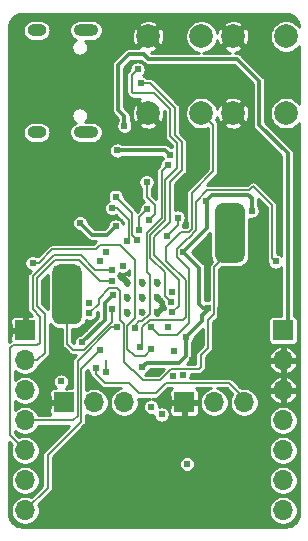
<source format=gbr>
%TF.GenerationSoftware,KiCad,Pcbnew,(5.1.9)-1*%
%TF.CreationDate,2021-12-20T22:20:38-08:00*%
%TF.ProjectId,MCL-102-2,4d434c2d-3130-4322-9d32-2e6b69636164,rev?*%
%TF.SameCoordinates,Original*%
%TF.FileFunction,Copper,L4,Bot*%
%TF.FilePolarity,Positive*%
%FSLAX46Y46*%
G04 Gerber Fmt 4.6, Leading zero omitted, Abs format (unit mm)*
G04 Created by KiCad (PCBNEW (5.1.9)-1) date 2021-12-20 22:20:38*
%MOMM*%
%LPD*%
G01*
G04 APERTURE LIST*
%TA.AperFunction,ComponentPad*%
%ADD10C,2.000000*%
%TD*%
%TA.AperFunction,ComponentPad*%
%ADD11O,1.700000X1.700000*%
%TD*%
%TA.AperFunction,ComponentPad*%
%ADD12R,1.700000X1.700000*%
%TD*%
%TA.AperFunction,ComponentPad*%
%ADD13C,0.600000*%
%TD*%
%TA.AperFunction,ComponentPad*%
%ADD14O,2.100000X1.000000*%
%TD*%
%TA.AperFunction,ComponentPad*%
%ADD15O,1.600000X1.000000*%
%TD*%
%TA.AperFunction,ViaPad*%
%ADD16C,0.609600*%
%TD*%
%TA.AperFunction,Conductor*%
%ADD17C,0.406400*%
%TD*%
%TA.AperFunction,Conductor*%
%ADD18C,0.304800*%
%TD*%
%TA.AperFunction,Conductor*%
%ADD19C,0.127000*%
%TD*%
%TA.AperFunction,Conductor*%
%ADD20C,0.152400*%
%TD*%
%TA.AperFunction,Conductor*%
%ADD21C,0.254000*%
%TD*%
%TA.AperFunction,Conductor*%
%ADD22C,0.100000*%
%TD*%
G04 APERTURE END LIST*
D10*
%TO.P,SW1,1*%
%TO.N,GND*%
X146376000Y-91590000D03*
%TO.P,SW1,2*%
%TO.N,/MCU/USB_BOOT*%
X150876000Y-91590000D03*
%TO.P,SW1,1*%
%TO.N,GND*%
X146376000Y-85090000D03*
%TO.P,SW1,2*%
%TO.N,/MCU/USB_BOOT*%
X150876000Y-85090000D03*
%TD*%
%TO.P,J6,1*%
%TO.N,GND*%
%TA.AperFunction,SMDPad,CuDef*%
G36*
G01*
X145034000Y-111887000D02*
X145034000Y-108077000D01*
G75*
G02*
X145669000Y-107442000I635000J0D01*
G01*
X146939000Y-107442000D01*
G75*
G02*
X147574000Y-108077000I0J-635000D01*
G01*
X147574000Y-111887000D01*
G75*
G02*
X146939000Y-112522000I-635000J0D01*
G01*
X145669000Y-112522000D01*
G75*
G02*
X145034000Y-111887000I0J635000D01*
G01*
G37*
%TD.AperFunction*%
%TD*%
%TO.P,J3,1*%
%TO.N,/MCU/SWDIO*%
%TA.AperFunction,SMDPad,CuDef*%
G36*
G01*
X144856200Y-103632000D02*
X144856200Y-99822000D01*
G75*
G02*
X145491200Y-99187000I635000J0D01*
G01*
X146761200Y-99187000D01*
G75*
G02*
X147396200Y-99822000I0J-635000D01*
G01*
X147396200Y-103632000D01*
G75*
G02*
X146761200Y-104267000I-635000J0D01*
G01*
X145491200Y-104267000D01*
G75*
G02*
X144856200Y-103632000I0J635000D01*
G01*
G37*
%TD.AperFunction*%
%TD*%
D11*
%TO.P,J5,3*%
%TO.N,Net-(D2-Pad1)*%
X137160000Y-116078000D03*
%TO.P,J5,2*%
%TO.N,Net-(J5-Pad2)*%
X134620000Y-116078000D03*
D12*
%TO.P,J5,1*%
%TO.N,GND*%
X132080000Y-116078000D03*
%TD*%
D11*
%TO.P,J4,3*%
%TO.N,Net-(D1-Pad1)*%
X147320000Y-116078000D03*
%TO.P,J4,2*%
%TO.N,Net-(J4-Pad2)*%
X144780000Y-116078000D03*
D12*
%TO.P,J4,1*%
%TO.N,GND*%
X142240000Y-116078000D03*
%TD*%
D10*
%TO.P,SW2,1*%
%TO.N,GND*%
X139192000Y-91590000D03*
%TO.P,SW2,2*%
%TO.N,Net-(SW2-Pad2)*%
X143692000Y-91590000D03*
%TO.P,SW2,1*%
%TO.N,GND*%
X139192000Y-85090000D03*
%TO.P,SW2,2*%
%TO.N,Net-(SW2-Pad2)*%
X143692000Y-85090000D03*
%TD*%
%TO.P,J2,1*%
%TO.N,/MCU/SWCLK*%
%TA.AperFunction,SMDPad,CuDef*%
G36*
G01*
X133604000Y-105029000D02*
X133604000Y-108839000D01*
G75*
G02*
X132969000Y-109474000I-635000J0D01*
G01*
X131699000Y-109474000D01*
G75*
G02*
X131064000Y-108839000I0J635000D01*
G01*
X131064000Y-105029000D01*
G75*
G02*
X131699000Y-104394000I635000J0D01*
G01*
X132969000Y-104394000D01*
G75*
G02*
X133604000Y-105029000I0J-635000D01*
G01*
G37*
%TD.AperFunction*%
%TD*%
D11*
%TO.P,J1,7*%
%TO.N,/CL*%
X128778000Y-125222000D03*
%TO.P,J1,6*%
%TO.N,/BL*%
X128778000Y-122682000D03*
%TO.P,J1,5*%
%TO.N,/AL*%
X128778000Y-120142000D03*
%TO.P,J1,4*%
%TO.N,/CH*%
X128778000Y-117602000D03*
%TO.P,J1,3*%
%TO.N,/BH*%
X128778000Y-115062000D03*
%TO.P,J1,2*%
%TO.N,/AH*%
X128778000Y-112522000D03*
D12*
%TO.P,J1,1*%
%TO.N,GND*%
X128778000Y-109982000D03*
%TD*%
D11*
%TO.P,J8,7*%
%TO.N,/TEMP*%
X150622000Y-125222000D03*
%TO.P,J8,6*%
%TO.N,/VBAT*%
X150622000Y-122682000D03*
%TO.P,J8,5*%
%TO.N,/IMON*%
X150622000Y-120142000D03*
%TO.P,J8,4*%
%TO.N,+3V3*%
X150622000Y-117602000D03*
%TO.P,J8,3*%
%TO.N,GND*%
X150622000Y-115062000D03*
%TO.P,J8,2*%
X150622000Y-112522000D03*
D12*
%TO.P,J8,1*%
%TO.N,VDD*%
X150622000Y-109982000D03*
%TD*%
D13*
%TO.P,U9,57*%
%TO.N,GND*%
X139959000Y-105913000D03*
X139959000Y-107188000D03*
X139959000Y-108463000D03*
X138684000Y-105913000D03*
X138684000Y-107188000D03*
X138684000Y-108463000D03*
X137409000Y-105913000D03*
X137409000Y-107188000D03*
X137409000Y-108463000D03*
%TD*%
D14*
%TO.P,J7,S1*%
%TO.N,Net-(J7-PadS1)*%
X133940000Y-93220000D03*
X133940000Y-84580000D03*
D15*
X129760000Y-84580000D03*
X129760000Y-93220000D03*
%TD*%
D16*
%TO.N,GND*%
X133858000Y-109855000D03*
X132613400Y-112521990D03*
X131267200Y-112496600D03*
X144322800Y-112331500D03*
X144195800Y-107213400D03*
X144056100Y-96189800D03*
X137541000Y-85699600D03*
X137744200Y-90830400D03*
X135991600Y-92329000D03*
X138633200Y-93446594D03*
X130378198Y-107035600D03*
X130810000Y-100533200D03*
X132714994Y-85470994D03*
X142925800Y-112522000D03*
X131445000Y-101828600D03*
X142494000Y-93294200D03*
X135661400Y-101066600D03*
X130810000Y-102438200D03*
X133451600Y-96037400D03*
X134543800Y-95986600D03*
X134518400Y-98272600D03*
X136296400Y-97383600D03*
X136347200Y-96088200D03*
X127711200Y-121462800D03*
X127685800Y-124002800D03*
X151612600Y-118948200D03*
X151638000Y-121361200D03*
X151663400Y-123952000D03*
X149580600Y-106959400D03*
X148056600Y-96926400D03*
X148793200Y-96215200D03*
X151815800Y-93192600D03*
X129413000Y-86156800D03*
X129362200Y-87223600D03*
X129362200Y-88493600D03*
X129362200Y-89890600D03*
X129362200Y-91465400D03*
X132359400Y-92151200D03*
X132334000Y-86715600D03*
X146177000Y-97129600D03*
X145542000Y-97586800D03*
X132334000Y-90424000D03*
X132384800Y-88366600D03*
X139700000Y-98425000D03*
X145669000Y-105410000D03*
X144907000Y-109347000D03*
X148590000Y-114681000D03*
X148602986Y-111506000D03*
X142875000Y-96393000D03*
X142367002Y-101092000D03*
X149225000Y-97282000D03*
X149098000Y-100457000D03*
X129540000Y-99822000D03*
X131064000Y-110032800D03*
X139827000Y-113538000D03*
X150393400Y-99314000D03*
X129921000Y-94996000D03*
X130048000Y-96520000D03*
X129921000Y-98171000D03*
X134239000Y-97282000D03*
X141351000Y-85598000D03*
X148844000Y-85217000D03*
X141605000Y-84836000D03*
X134239000Y-123571000D03*
X135636000Y-123571000D03*
X137160000Y-123571000D03*
X139192000Y-123571000D03*
X141224000Y-123444000D03*
X143637000Y-123698000D03*
X145034000Y-123444000D03*
X132969000Y-120269000D03*
X133731000Y-122174000D03*
X136779000Y-122301000D03*
X140462000Y-122301000D03*
X143002000Y-122428000D03*
X145669000Y-121920000D03*
X148844000Y-120904000D03*
X130175000Y-116332000D03*
X130429000Y-112903000D03*
X130302000Y-118872000D03*
X130048000Y-121285000D03*
X146939000Y-117856000D03*
X148463000Y-107442000D03*
X149352000Y-108585000D03*
X148971000Y-103124000D03*
X149479000Y-90424000D03*
X150495000Y-93345000D03*
X142113000Y-92456000D03*
X131318000Y-89281000D03*
X128651000Y-105918000D03*
X128651000Y-107696000D03*
%TO.N,VDD*%
X137185400Y-92684600D03*
%TO.N,+3V3*%
X136575800Y-94742000D03*
X147955000Y-99847400D03*
X144068800Y-99034600D03*
X142392400Y-110566200D03*
X141046204Y-95123000D03*
X138684000Y-113093490D03*
X136437323Y-101174466D03*
X133451594Y-100888800D03*
X142163802Y-103327200D03*
X136194800Y-106984800D03*
X131826000Y-114300000D03*
X144259290Y-108077000D03*
X133604000Y-110998000D03*
%TO.N,/IMON*%
X141399342Y-111692816D03*
%TO.N,/MCU/+1.1V*%
X141185900Y-106740649D03*
X134213600Y-107696000D03*
%TO.N,/TEMP_MOT*%
X140843000Y-109728000D03*
X142494000Y-121285000D03*
%TO.N,/HALLC*%
X135128000Y-104140000D03*
X140335000Y-117094000D03*
%TO.N,/HALLB*%
X135636000Y-103378000D03*
X139446010Y-116446290D03*
%TO.N,/HALLA*%
X137033000Y-104521000D03*
X135636000Y-113538000D03*
%TO.N,/MCU/SWCLK*%
X136127998Y-108188000D03*
%TO.N,/MCU/SWDIO*%
X134226290Y-108508800D03*
%TO.N,/VBAT*%
X142113000Y-113792000D03*
%TO.N,/USB_DM*%
X141197965Y-108458846D03*
X138557000Y-89027000D03*
%TO.N,/USB_DP*%
X141147800Y-107594400D03*
X138302992Y-87884000D03*
%TO.N,/MCU/LED1*%
X149987000Y-104140000D03*
X139445984Y-109728000D03*
%TO.N,/MCU/LED2*%
X129413000Y-104267000D03*
X139446000Y-111587590D03*
%TO.N,/AL*%
X136155454Y-104892600D03*
%TO.N,/AH*%
X136144000Y-105791000D03*
%TO.N,/CANRX*%
X140843000Y-96012000D03*
X138049000Y-109815328D03*
%TO.N,/MCU/CAN_nCS*%
X140766800Y-102006408D03*
X141701180Y-100426173D03*
%TO.N,/MCU/CAN_COPI*%
X139293600Y-100609408D03*
X139065000Y-97409000D03*
%TO.N,/MCU/nCANINT*%
X139141200Y-99720400D03*
X138455390Y-101498400D03*
%TO.N,/MCU/nRX0BF*%
X136448800Y-98653600D03*
X138286479Y-102353121D03*
%TO.N,/MCU/nRX1BF*%
X136144000Y-99644200D03*
X137414000Y-102438200D03*
%TO.N,/CL*%
X135128000Y-111633000D03*
%TO.N,/CH*%
X136525000Y-109728000D03*
%TO.N,/TEMP*%
X141274691Y-113842691D03*
%TO.N,Net-(SW2-Pad2)*%
X138484000Y-111426602D03*
%TO.N,Net-(D1-Pad1)*%
X134747000Y-113157000D03*
%TD*%
D17*
%TO.N,GND*%
X147427768Y-111506000D02*
X148602986Y-111506000D01*
X146558036Y-110636268D02*
X147427768Y-111506000D01*
X146558036Y-110020500D02*
X146558036Y-110636268D01*
D18*
%TO.N,VDD*%
X151003000Y-109601000D02*
X150622000Y-109982000D01*
X148590000Y-92583000D02*
X151003000Y-94996000D01*
X148590000Y-88900000D02*
X148590000Y-92583000D01*
X146685000Y-86995000D02*
X148590000Y-88900000D01*
X139192000Y-86995000D02*
X146685000Y-86995000D01*
X151003000Y-94996000D02*
X151003000Y-109601000D01*
X138811000Y-86614000D02*
X139192000Y-86995000D01*
X137541000Y-86614000D02*
X138811000Y-86614000D01*
X136652000Y-87503000D02*
X137541000Y-86614000D01*
X136652000Y-91313000D02*
X136652000Y-87503000D01*
X137185400Y-91846400D02*
X136652000Y-91313000D01*
X137185400Y-92684600D02*
X137185400Y-91846400D01*
%TO.N,+3V3*%
X140665204Y-94742000D02*
X141046204Y-95123000D01*
X136575800Y-94742000D02*
X140665204Y-94742000D01*
X136437323Y-101174466D02*
X135706989Y-101904800D01*
X135706989Y-101904800D02*
X134467594Y-101904800D01*
X134467594Y-101904800D02*
X133451594Y-100888800D01*
X147955000Y-99847400D02*
X147955000Y-98780600D01*
X147955000Y-98780600D02*
X147675600Y-98501200D01*
X144602200Y-98501200D02*
X144068800Y-99034600D01*
X147675600Y-98501200D02*
X144602200Y-98501200D01*
X142163802Y-103327200D02*
X143510000Y-104673398D01*
X143510000Y-107758762D02*
X143828238Y-108077000D01*
X143510000Y-104673398D02*
X143510000Y-107758762D01*
X143828238Y-108077000D02*
X144259290Y-108077000D01*
X135509000Y-109093000D02*
X133604000Y-110998000D01*
X135509000Y-107670600D02*
X135509000Y-109093000D01*
X136194800Y-106984800D02*
X135509000Y-107670600D01*
X144259290Y-108216710D02*
X144259290Y-108077000D01*
X143764000Y-108712000D02*
X144259290Y-108216710D01*
X143764000Y-109194600D02*
X143764000Y-108712000D01*
X142392400Y-110566200D02*
X143764000Y-109194600D01*
X142392400Y-112141000D02*
X142392400Y-110566200D01*
X141833600Y-112699800D02*
X142392400Y-112141000D01*
X139077690Y-112699800D02*
X141833600Y-112699800D01*
X138684000Y-113093490D02*
X139077690Y-112699800D01*
X144145000Y-99110800D02*
X144068800Y-99034600D01*
X144145000Y-101346002D02*
X144145000Y-99110800D01*
X142163802Y-103327200D02*
X144145000Y-101346002D01*
D19*
%TO.N,/HALLA*%
X135636000Y-113538000D02*
X135636000Y-112522000D01*
%TO.N,/MCU/SWCLK*%
X132334000Y-106934000D02*
X132334000Y-111125000D01*
X132334000Y-111125000D02*
X132842000Y-111633000D01*
X132842000Y-111633000D02*
X133781800Y-111633000D01*
X133781800Y-111633000D02*
X136127998Y-109286802D01*
X136127998Y-109286802D02*
X136127998Y-108188000D01*
%TO.N,/MCU/SWDIO*%
X135001000Y-107315000D02*
X135001000Y-107734090D01*
X136525000Y-106426000D02*
X135890000Y-106426000D01*
X135890000Y-106426000D02*
X135001000Y-107315000D01*
X136779000Y-106680000D02*
X136525000Y-106426000D01*
X135001000Y-107734090D02*
X134226290Y-108508800D01*
X137160000Y-109474000D02*
X136779000Y-109093000D01*
X137160000Y-112649000D02*
X137160000Y-109474000D01*
X146304000Y-103124000D02*
X144792695Y-104635305D01*
X144792695Y-104635305D02*
X144792695Y-108572305D01*
X144792695Y-108572305D02*
X144272000Y-109093000D01*
X144272000Y-111429800D02*
X143637000Y-112064800D01*
X136779000Y-109093000D02*
X136779000Y-106680000D01*
X144272000Y-109093000D02*
X144272000Y-111429800D01*
X143637000Y-112064800D02*
X143637000Y-113080800D01*
X141147800Y-113233200D02*
X140208000Y-114173000D01*
X143637000Y-113080800D02*
X143484600Y-113233200D01*
X138748944Y-114173000D02*
X137896600Y-113320656D01*
X140208000Y-114173000D02*
X138748944Y-114173000D01*
X143484600Y-113233200D02*
X141147800Y-113233200D01*
X137896600Y-113320656D02*
X137831656Y-113320656D01*
X137831656Y-113320656D02*
X137160000Y-112649000D01*
%TO.N,/USB_DM*%
X141020800Y-97440750D02*
X142036800Y-96424750D01*
X141782800Y-105676700D02*
X139725400Y-103619300D01*
X141782800Y-107874011D02*
X141782800Y-105676700D01*
X139725400Y-102082600D02*
X141020800Y-100787200D01*
X141452600Y-93446600D02*
X141452600Y-91109800D01*
X141197965Y-108458846D02*
X141782800Y-107874011D01*
X141020800Y-100787200D02*
X141020800Y-97440750D01*
X139369800Y-89027000D02*
X138557000Y-89027000D01*
X141452600Y-91109800D02*
X139369800Y-89027000D01*
X139725400Y-103619300D02*
X139725400Y-102082600D01*
X142036800Y-96424750D02*
X142036800Y-94030800D01*
X142036800Y-94030800D02*
X141452600Y-93446600D01*
%TO.N,/USB_DP*%
X137795000Y-88391992D02*
X138302992Y-87884000D01*
X137795000Y-89789000D02*
X137795000Y-88391992D01*
X141147800Y-107594400D02*
X140589000Y-107035600D01*
X140665200Y-100634800D02*
X140665200Y-97205800D01*
X141655800Y-96215200D02*
X141655800Y-94132400D01*
X140589000Y-107035600D02*
X140589000Y-105029000D01*
X140665200Y-97205800D02*
X141655800Y-96215200D01*
X137922000Y-89916000D02*
X137795000Y-89789000D01*
X141046200Y-93522800D02*
X141046200Y-91262200D01*
X140589000Y-105029000D02*
X139369800Y-103809800D01*
X139369800Y-103809800D02*
X139369800Y-101930200D01*
X139369800Y-101930200D02*
X140665200Y-100634800D01*
X141655800Y-94132400D02*
X141046200Y-93522800D01*
X141046200Y-91262200D02*
X139700000Y-89916000D01*
X139700000Y-89916000D02*
X137922000Y-89916000D01*
%TO.N,/MCU/LED1*%
X139446000Y-109728000D02*
X139445984Y-109728000D01*
X140081000Y-110363000D02*
X139446000Y-109728000D01*
X142646410Y-109321590D02*
X141605000Y-110363000D01*
X149987000Y-104140000D02*
X149682201Y-103835201D01*
X141643101Y-103797101D02*
X142646410Y-104800410D01*
X149682201Y-103835201D02*
X149682201Y-99390201D01*
X149682201Y-99390201D02*
X148082000Y-97790000D01*
X148082000Y-97790000D02*
X147764499Y-98107501D01*
X147764499Y-98107501D02*
X144208499Y-98107501D01*
X144208499Y-98107501D02*
X143230610Y-99085390D01*
X143230610Y-99085390D02*
X143230610Y-101514171D01*
X143230610Y-101514171D02*
X142621000Y-102123781D01*
X142621000Y-102123781D02*
X142605219Y-102123781D01*
X142605219Y-102123781D02*
X141643101Y-103085899D01*
X141643101Y-103085899D02*
X141643101Y-103797101D01*
X141605000Y-110363000D02*
X140081000Y-110363000D01*
X142646410Y-104800410D02*
X142646410Y-109321590D01*
%TO.N,/MCU/LED2*%
X129921000Y-104267000D02*
X131064000Y-103124000D01*
X137439410Y-111531410D02*
X138049000Y-112141000D01*
X134747000Y-103124000D02*
X135128000Y-102743000D01*
X129413000Y-104267000D02*
X129921000Y-104267000D01*
X131064000Y-103124000D02*
X134747000Y-103124000D01*
X137439410Y-109575590D02*
X137439410Y-111531410D01*
X138892590Y-112141000D02*
X139446000Y-111587590D01*
X135128000Y-102743000D02*
X136779000Y-102743000D01*
X131064000Y-103124000D02*
X131699000Y-103124000D01*
X138049000Y-108966000D02*
X137439410Y-109575590D01*
X136779000Y-102743000D02*
X138049000Y-104013000D01*
X138049000Y-104013000D02*
X138049000Y-108966000D01*
X138049000Y-112141000D02*
X138892590Y-112141000D01*
%TO.N,/AL*%
X128143000Y-111252000D02*
X128016000Y-111252000D01*
X127508000Y-118872000D02*
X128778000Y-120142000D01*
X127508000Y-111506000D02*
X127508000Y-118872000D01*
X127762000Y-111252000D02*
X127508000Y-111506000D01*
X128143000Y-111252000D02*
X127762000Y-111252000D01*
X129784522Y-111252000D02*
X128143000Y-111252000D01*
X130022590Y-111013932D02*
X129784522Y-111252000D01*
X130022590Y-108813590D02*
X130022590Y-111013932D01*
X129413000Y-105410000D02*
X129413000Y-108204000D01*
X129413000Y-108204000D02*
X130022590Y-108813590D01*
X131191000Y-103632000D02*
X129413000Y-105410000D01*
X133477000Y-103632000D02*
X131191000Y-103632000D01*
X134737600Y-104892600D02*
X133477000Y-103632000D01*
X136155454Y-104892600D02*
X134737600Y-104892600D01*
%TO.N,/AH*%
X133350000Y-104013000D02*
X135128000Y-105791000D01*
X135128000Y-105791000D02*
X136144000Y-105791000D01*
X131318000Y-104013000D02*
X133350000Y-104013000D01*
X129794000Y-107950000D02*
X129794000Y-105537000D01*
X130429000Y-108585000D02*
X129794000Y-107950000D01*
X129794000Y-105537000D02*
X131318000Y-104013000D01*
X130429000Y-111887000D02*
X130429000Y-108585000D01*
X129794000Y-112522000D02*
X130429000Y-111887000D01*
X128778000Y-112522000D02*
X129794000Y-112522000D01*
%TO.N,/CANRX*%
X138410164Y-109220000D02*
X138049000Y-109581164D01*
X139319000Y-108591534D02*
X138690534Y-109220000D01*
X139319000Y-105283000D02*
X139319000Y-108591534D01*
X138049000Y-109581164D02*
X138049000Y-109815328D01*
X139065000Y-105029000D02*
X139319000Y-105283000D01*
X139065000Y-101727000D02*
X139065000Y-105029000D01*
X140335000Y-100457000D02*
X139065000Y-101727000D01*
X140335000Y-96520000D02*
X140335000Y-100457000D01*
X138690534Y-109220000D02*
X138410164Y-109220000D01*
X140843000Y-96012000D02*
X140335000Y-96520000D01*
%TO.N,/MCU/CAN_nCS*%
X140766800Y-102006408D02*
X141701180Y-101072028D01*
X141701180Y-101072028D02*
X141701180Y-100426173D01*
D20*
%TO.N,/MCU/CAN_COPI*%
X139065000Y-98679000D02*
X139065000Y-97409000D01*
X139776200Y-99390200D02*
X139065000Y-98679000D01*
X139776200Y-100126808D02*
X139776200Y-99390200D01*
X139293600Y-100609408D02*
X139776200Y-100126808D01*
%TO.N,/MCU/nCANINT*%
X138455390Y-100406210D02*
X138455390Y-101498400D01*
X139141200Y-99720400D02*
X138455390Y-100406210D01*
D19*
%TO.N,/MCU/nRX0BF*%
X137871200Y-101937842D02*
X138286479Y-102353121D01*
X137871200Y-100076000D02*
X137871200Y-101937842D01*
X136448800Y-98653600D02*
X137871200Y-100076000D01*
D20*
%TO.N,/MCU/nRX1BF*%
X137541000Y-102311200D02*
X137414000Y-102438200D01*
X137541000Y-100660200D02*
X137541000Y-102311200D01*
X136525000Y-99644200D02*
X137541000Y-100660200D01*
X136144000Y-99644200D02*
X136525000Y-99644200D01*
D19*
%TO.N,/CL*%
X130683000Y-123317000D02*
X128778000Y-125222000D01*
X130683000Y-120523000D02*
X130683000Y-123317000D01*
X133502410Y-117703590D02*
X130683000Y-120523000D01*
X133502410Y-113258590D02*
X133502410Y-117703590D01*
X135128000Y-111633000D02*
X133502410Y-113258590D01*
%TO.N,/CH*%
X132842000Y-117602000D02*
X128778000Y-117602000D01*
X133223000Y-117221000D02*
X132842000Y-117602000D01*
X133223000Y-112586944D02*
X133223000Y-117221000D01*
X136081944Y-109728000D02*
X133223000Y-112586944D01*
X136525000Y-109728000D02*
X136081944Y-109728000D01*
%TO.N,Net-(SW2-Pad2)*%
X142113000Y-109093000D02*
X139319000Y-109093000D01*
X142951200Y-100761800D02*
X142951200Y-101398436D01*
X138684000Y-109728000D02*
X138684000Y-111226602D01*
X144691999Y-92589999D02*
X144691999Y-96506401D01*
X142875000Y-98323400D02*
X142875000Y-100685600D01*
X143692000Y-91590000D02*
X144691999Y-92589999D01*
X140741400Y-102946200D02*
X140741400Y-104063800D01*
X138684000Y-111226602D02*
X138484000Y-111426602D01*
X142875000Y-100685600D02*
X142951200Y-100761800D01*
X142367000Y-105689400D02*
X142367000Y-108839000D01*
X142951200Y-101398436D02*
X142675678Y-101673958D01*
X139319000Y-109093000D02*
X138684000Y-109728000D01*
X142367000Y-108839000D02*
X142113000Y-109093000D01*
X142675678Y-101673958D02*
X142013642Y-101673958D01*
X142013642Y-101673958D02*
X140741400Y-102946200D01*
X144691999Y-96506401D02*
X142875000Y-98323400D01*
X140741400Y-104063800D02*
X142367000Y-105689400D01*
%TO.N,Net-(D1-Pad1)*%
X146050000Y-114427000D02*
X147320000Y-115697000D01*
X147320000Y-115697000D02*
X147320000Y-116078000D01*
X140716000Y-114427000D02*
X146050000Y-114427000D01*
X138430000Y-115316000D02*
X139827000Y-115316000D01*
X137541000Y-114427000D02*
X138430000Y-115316000D01*
X134747000Y-113665000D02*
X135509000Y-114427000D01*
X139827000Y-115316000D02*
X140716000Y-114427000D01*
X135509000Y-114427000D02*
X137541000Y-114427000D01*
X134747000Y-113157000D02*
X134747000Y-113665000D01*
%TD*%
D21*
%TO.N,GND*%
X151092771Y-83233201D02*
X151301296Y-83296158D01*
X151493613Y-83398415D01*
X151662410Y-83536082D01*
X151801250Y-83703911D01*
X151904848Y-83895513D01*
X151969258Y-84103588D01*
X151986327Y-84265988D01*
X151948693Y-84209664D01*
X151756336Y-84017307D01*
X151530149Y-83866174D01*
X151278823Y-83762071D01*
X151012017Y-83709000D01*
X150739983Y-83709000D01*
X150473177Y-83762071D01*
X150221851Y-83866174D01*
X149995664Y-84017307D01*
X149803307Y-84209664D01*
X149652174Y-84435851D01*
X149548071Y-84687177D01*
X149495000Y-84953983D01*
X149495000Y-85226017D01*
X149548071Y-85492823D01*
X149652174Y-85744149D01*
X149803307Y-85970336D01*
X149995664Y-86162693D01*
X150221851Y-86313826D01*
X150473177Y-86417929D01*
X150739983Y-86471000D01*
X151012017Y-86471000D01*
X151278823Y-86417929D01*
X151530149Y-86313826D01*
X151756336Y-86162693D01*
X151948693Y-85970336D01*
X151994001Y-85902528D01*
X151994001Y-90777472D01*
X151948693Y-90709664D01*
X151756336Y-90517307D01*
X151530149Y-90366174D01*
X151278823Y-90262071D01*
X151012017Y-90209000D01*
X150739983Y-90209000D01*
X150473177Y-90262071D01*
X150221851Y-90366174D01*
X149995664Y-90517307D01*
X149803307Y-90709664D01*
X149652174Y-90935851D01*
X149548071Y-91187177D01*
X149495000Y-91453983D01*
X149495000Y-91726017D01*
X149548071Y-91992823D01*
X149652174Y-92244149D01*
X149803307Y-92470336D01*
X149995664Y-92662693D01*
X150221851Y-92813826D01*
X150473177Y-92917929D01*
X150739983Y-92971000D01*
X151012017Y-92971000D01*
X151278823Y-92917929D01*
X151530149Y-92813826D01*
X151756336Y-92662693D01*
X151948693Y-92470336D01*
X151994001Y-92402528D01*
X151994000Y-125456147D01*
X151970799Y-125692775D01*
X151907841Y-125901296D01*
X151805583Y-126093616D01*
X151667918Y-126262409D01*
X151500090Y-126401249D01*
X151308491Y-126504847D01*
X151100414Y-126569258D01*
X150865009Y-126594000D01*
X128543853Y-126594000D01*
X128307225Y-126570799D01*
X128098704Y-126507841D01*
X127906384Y-126405583D01*
X127737591Y-126267918D01*
X127598751Y-126100090D01*
X127495153Y-125908491D01*
X127430742Y-125700414D01*
X127406000Y-125465009D01*
X127406000Y-122560757D01*
X127547000Y-122560757D01*
X127547000Y-122803243D01*
X127594307Y-123041069D01*
X127687102Y-123265097D01*
X127821820Y-123466717D01*
X127993283Y-123638180D01*
X128194903Y-123772898D01*
X128418931Y-123865693D01*
X128656757Y-123913000D01*
X128899243Y-123913000D01*
X129137069Y-123865693D01*
X129361097Y-123772898D01*
X129562717Y-123638180D01*
X129734180Y-123466717D01*
X129868898Y-123265097D01*
X129961693Y-123041069D01*
X130009000Y-122803243D01*
X130009000Y-122560757D01*
X129961693Y-122322931D01*
X129868898Y-122098903D01*
X129734180Y-121897283D01*
X129562717Y-121725820D01*
X129361097Y-121591102D01*
X129137069Y-121498307D01*
X128899243Y-121451000D01*
X128656757Y-121451000D01*
X128418931Y-121498307D01*
X128194903Y-121591102D01*
X127993283Y-121725820D01*
X127821820Y-121897283D01*
X127687102Y-122098903D01*
X127594307Y-122322931D01*
X127547000Y-122560757D01*
X127406000Y-122560757D01*
X127406000Y-119398617D01*
X127651716Y-119644333D01*
X127594307Y-119782931D01*
X127547000Y-120020757D01*
X127547000Y-120263243D01*
X127594307Y-120501069D01*
X127687102Y-120725097D01*
X127821820Y-120926717D01*
X127993283Y-121098180D01*
X128194903Y-121232898D01*
X128418931Y-121325693D01*
X128656757Y-121373000D01*
X128899243Y-121373000D01*
X129137069Y-121325693D01*
X129361097Y-121232898D01*
X129562717Y-121098180D01*
X129734180Y-120926717D01*
X129868898Y-120725097D01*
X129961693Y-120501069D01*
X130009000Y-120263243D01*
X130009000Y-120020757D01*
X129961693Y-119782931D01*
X129868898Y-119558903D01*
X129734180Y-119357283D01*
X129562717Y-119185820D01*
X129361097Y-119051102D01*
X129137069Y-118958307D01*
X128899243Y-118911000D01*
X128656757Y-118911000D01*
X128418931Y-118958307D01*
X128280333Y-119015716D01*
X127952500Y-118687883D01*
X127952500Y-118517397D01*
X127993283Y-118558180D01*
X128194903Y-118692898D01*
X128418931Y-118785693D01*
X128656757Y-118833000D01*
X128899243Y-118833000D01*
X129137069Y-118785693D01*
X129361097Y-118692898D01*
X129562717Y-118558180D01*
X129734180Y-118386717D01*
X129868898Y-118185097D01*
X129926306Y-118046500D01*
X132530882Y-118046500D01*
X130384130Y-120193253D01*
X130367171Y-120207171D01*
X130353255Y-120224128D01*
X130311624Y-120274855D01*
X130291275Y-120312925D01*
X130270349Y-120352075D01*
X130244932Y-120435864D01*
X130238500Y-120501171D01*
X130238500Y-120501180D01*
X130236351Y-120523000D01*
X130238500Y-120544820D01*
X130238501Y-123132881D01*
X129275667Y-124095716D01*
X129137069Y-124038307D01*
X128899243Y-123991000D01*
X128656757Y-123991000D01*
X128418931Y-124038307D01*
X128194903Y-124131102D01*
X127993283Y-124265820D01*
X127821820Y-124437283D01*
X127687102Y-124638903D01*
X127594307Y-124862931D01*
X127547000Y-125100757D01*
X127547000Y-125343243D01*
X127594307Y-125581069D01*
X127687102Y-125805097D01*
X127821820Y-126006717D01*
X127993283Y-126178180D01*
X128194903Y-126312898D01*
X128418931Y-126405693D01*
X128656757Y-126453000D01*
X128899243Y-126453000D01*
X129137069Y-126405693D01*
X129361097Y-126312898D01*
X129562717Y-126178180D01*
X129734180Y-126006717D01*
X129868898Y-125805097D01*
X129961693Y-125581069D01*
X130009000Y-125343243D01*
X130009000Y-125100757D01*
X149391000Y-125100757D01*
X149391000Y-125343243D01*
X149438307Y-125581069D01*
X149531102Y-125805097D01*
X149665820Y-126006717D01*
X149837283Y-126178180D01*
X150038903Y-126312898D01*
X150262931Y-126405693D01*
X150500757Y-126453000D01*
X150743243Y-126453000D01*
X150981069Y-126405693D01*
X151205097Y-126312898D01*
X151406717Y-126178180D01*
X151578180Y-126006717D01*
X151712898Y-125805097D01*
X151805693Y-125581069D01*
X151853000Y-125343243D01*
X151853000Y-125100757D01*
X151805693Y-124862931D01*
X151712898Y-124638903D01*
X151578180Y-124437283D01*
X151406717Y-124265820D01*
X151205097Y-124131102D01*
X150981069Y-124038307D01*
X150743243Y-123991000D01*
X150500757Y-123991000D01*
X150262931Y-124038307D01*
X150038903Y-124131102D01*
X149837283Y-124265820D01*
X149665820Y-124437283D01*
X149531102Y-124638903D01*
X149438307Y-124862931D01*
X149391000Y-125100757D01*
X130009000Y-125100757D01*
X129961693Y-124862931D01*
X129904284Y-124724333D01*
X130981876Y-123646742D01*
X130998829Y-123632829D01*
X131012742Y-123615876D01*
X131012745Y-123615873D01*
X131054376Y-123565146D01*
X131095651Y-123487926D01*
X131121068Y-123404137D01*
X131127500Y-123338830D01*
X131127500Y-123338820D01*
X131129649Y-123317000D01*
X131127500Y-123295180D01*
X131127500Y-122560757D01*
X149391000Y-122560757D01*
X149391000Y-122803243D01*
X149438307Y-123041069D01*
X149531102Y-123265097D01*
X149665820Y-123466717D01*
X149837283Y-123638180D01*
X150038903Y-123772898D01*
X150262931Y-123865693D01*
X150500757Y-123913000D01*
X150743243Y-123913000D01*
X150981069Y-123865693D01*
X151205097Y-123772898D01*
X151406717Y-123638180D01*
X151578180Y-123466717D01*
X151712898Y-123265097D01*
X151805693Y-123041069D01*
X151853000Y-122803243D01*
X151853000Y-122560757D01*
X151805693Y-122322931D01*
X151712898Y-122098903D01*
X151578180Y-121897283D01*
X151406717Y-121725820D01*
X151205097Y-121591102D01*
X150981069Y-121498307D01*
X150743243Y-121451000D01*
X150500757Y-121451000D01*
X150262931Y-121498307D01*
X150038903Y-121591102D01*
X149837283Y-121725820D01*
X149665820Y-121897283D01*
X149531102Y-122098903D01*
X149438307Y-122322931D01*
X149391000Y-122560757D01*
X131127500Y-122560757D01*
X131127500Y-121217455D01*
X141808200Y-121217455D01*
X141808200Y-121352545D01*
X141834555Y-121485040D01*
X141886252Y-121609848D01*
X141961305Y-121722172D01*
X142056828Y-121817695D01*
X142169152Y-121892748D01*
X142293960Y-121944445D01*
X142426455Y-121970800D01*
X142561545Y-121970800D01*
X142694040Y-121944445D01*
X142818848Y-121892748D01*
X142931172Y-121817695D01*
X143026695Y-121722172D01*
X143101748Y-121609848D01*
X143153445Y-121485040D01*
X143179800Y-121352545D01*
X143179800Y-121217455D01*
X143153445Y-121084960D01*
X143101748Y-120960152D01*
X143026695Y-120847828D01*
X142931172Y-120752305D01*
X142818848Y-120677252D01*
X142694040Y-120625555D01*
X142561545Y-120599200D01*
X142426455Y-120599200D01*
X142293960Y-120625555D01*
X142169152Y-120677252D01*
X142056828Y-120752305D01*
X141961305Y-120847828D01*
X141886252Y-120960152D01*
X141834555Y-121084960D01*
X141808200Y-121217455D01*
X131127500Y-121217455D01*
X131127500Y-120707117D01*
X131813860Y-120020757D01*
X149391000Y-120020757D01*
X149391000Y-120263243D01*
X149438307Y-120501069D01*
X149531102Y-120725097D01*
X149665820Y-120926717D01*
X149837283Y-121098180D01*
X150038903Y-121232898D01*
X150262931Y-121325693D01*
X150500757Y-121373000D01*
X150743243Y-121373000D01*
X150981069Y-121325693D01*
X151205097Y-121232898D01*
X151406717Y-121098180D01*
X151578180Y-120926717D01*
X151712898Y-120725097D01*
X151805693Y-120501069D01*
X151853000Y-120263243D01*
X151853000Y-120020757D01*
X151805693Y-119782931D01*
X151712898Y-119558903D01*
X151578180Y-119357283D01*
X151406717Y-119185820D01*
X151205097Y-119051102D01*
X150981069Y-118958307D01*
X150743243Y-118911000D01*
X150500757Y-118911000D01*
X150262931Y-118958307D01*
X150038903Y-119051102D01*
X149837283Y-119185820D01*
X149665820Y-119357283D01*
X149531102Y-119558903D01*
X149438307Y-119782931D01*
X149391000Y-120020757D01*
X131813860Y-120020757D01*
X133801286Y-118033332D01*
X133818239Y-118019419D01*
X133832152Y-118002466D01*
X133832155Y-118002463D01*
X133873786Y-117951736D01*
X133915061Y-117874516D01*
X133922454Y-117850145D01*
X133940478Y-117790727D01*
X133946910Y-117725420D01*
X133946910Y-117725410D01*
X133949059Y-117703590D01*
X133946910Y-117681770D01*
X133946910Y-117108767D01*
X134036903Y-117168898D01*
X134260931Y-117261693D01*
X134498757Y-117309000D01*
X134741243Y-117309000D01*
X134979069Y-117261693D01*
X135203097Y-117168898D01*
X135404717Y-117034180D01*
X135576180Y-116862717D01*
X135710898Y-116661097D01*
X135803693Y-116437069D01*
X135851000Y-116199243D01*
X135851000Y-115956757D01*
X135803693Y-115718931D01*
X135710898Y-115494903D01*
X135576180Y-115293283D01*
X135404717Y-115121820D01*
X135203097Y-114987102D01*
X134979069Y-114894307D01*
X134741243Y-114847000D01*
X134498757Y-114847000D01*
X134260931Y-114894307D01*
X134036903Y-114987102D01*
X133946910Y-115047233D01*
X133946910Y-113442707D01*
X134078434Y-113311184D01*
X134087555Y-113357040D01*
X134139252Y-113481848D01*
X134214305Y-113594172D01*
X134302014Y-113681881D01*
X134308933Y-113752137D01*
X134334349Y-113835925D01*
X134375624Y-113913145D01*
X134417255Y-113963872D01*
X134417259Y-113963876D01*
X134431172Y-113980829D01*
X134448125Y-113994742D01*
X135179258Y-114725876D01*
X135193171Y-114742829D01*
X135210124Y-114756742D01*
X135210127Y-114756745D01*
X135260854Y-114798376D01*
X135325060Y-114832695D01*
X135338074Y-114839651D01*
X135421863Y-114865068D01*
X135487170Y-114871500D01*
X135487180Y-114871500D01*
X135509000Y-114873649D01*
X135530820Y-114871500D01*
X136915588Y-114871500D01*
X136800931Y-114894307D01*
X136576903Y-114987102D01*
X136375283Y-115121820D01*
X136203820Y-115293283D01*
X136069102Y-115494903D01*
X135976307Y-115718931D01*
X135929000Y-115956757D01*
X135929000Y-116199243D01*
X135976307Y-116437069D01*
X136069102Y-116661097D01*
X136203820Y-116862717D01*
X136375283Y-117034180D01*
X136576903Y-117168898D01*
X136800931Y-117261693D01*
X137038757Y-117309000D01*
X137281243Y-117309000D01*
X137519069Y-117261693D01*
X137743097Y-117168898D01*
X137944717Y-117034180D01*
X138116180Y-116862717D01*
X138250898Y-116661097D01*
X138343693Y-116437069D01*
X138391000Y-116199243D01*
X138391000Y-115956757D01*
X138350838Y-115754853D01*
X138408170Y-115760500D01*
X138408180Y-115760500D01*
X138430000Y-115762649D01*
X138451820Y-115760500D01*
X139378415Y-115760500D01*
X139245970Y-115786845D01*
X139121162Y-115838542D01*
X139008838Y-115913595D01*
X138913315Y-116009118D01*
X138838262Y-116121442D01*
X138786565Y-116246250D01*
X138760210Y-116378745D01*
X138760210Y-116513835D01*
X138786565Y-116646330D01*
X138838262Y-116771138D01*
X138913315Y-116883462D01*
X139008838Y-116978985D01*
X139121162Y-117054038D01*
X139245970Y-117105735D01*
X139378465Y-117132090D01*
X139513555Y-117132090D01*
X139646050Y-117105735D01*
X139649200Y-117104430D01*
X139649200Y-117161545D01*
X139675555Y-117294040D01*
X139727252Y-117418848D01*
X139802305Y-117531172D01*
X139897828Y-117626695D01*
X140010152Y-117701748D01*
X140134960Y-117753445D01*
X140267455Y-117779800D01*
X140402545Y-117779800D01*
X140535040Y-117753445D01*
X140659848Y-117701748D01*
X140772172Y-117626695D01*
X140867695Y-117531172D01*
X140901381Y-117480757D01*
X149391000Y-117480757D01*
X149391000Y-117723243D01*
X149438307Y-117961069D01*
X149531102Y-118185097D01*
X149665820Y-118386717D01*
X149837283Y-118558180D01*
X150038903Y-118692898D01*
X150262931Y-118785693D01*
X150500757Y-118833000D01*
X150743243Y-118833000D01*
X150981069Y-118785693D01*
X151205097Y-118692898D01*
X151406717Y-118558180D01*
X151578180Y-118386717D01*
X151712898Y-118185097D01*
X151805693Y-117961069D01*
X151853000Y-117723243D01*
X151853000Y-117480757D01*
X151805693Y-117242931D01*
X151712898Y-117018903D01*
X151578180Y-116817283D01*
X151406717Y-116645820D01*
X151205097Y-116511102D01*
X150981069Y-116418307D01*
X150743243Y-116371000D01*
X150500757Y-116371000D01*
X150262931Y-116418307D01*
X150038903Y-116511102D01*
X149837283Y-116645820D01*
X149665820Y-116817283D01*
X149531102Y-117018903D01*
X149438307Y-117242931D01*
X149391000Y-117480757D01*
X140901381Y-117480757D01*
X140942748Y-117418848D01*
X140994445Y-117294040D01*
X141020800Y-117161545D01*
X141020800Y-117026455D01*
X141019043Y-117017623D01*
X141036299Y-117074508D01*
X141071678Y-117140696D01*
X141119289Y-117198711D01*
X141177304Y-117246322D01*
X141243492Y-117281701D01*
X141315311Y-117303487D01*
X141390000Y-117310843D01*
X142017750Y-117309000D01*
X142113000Y-117213750D01*
X142113000Y-116205000D01*
X142367000Y-116205000D01*
X142367000Y-117213750D01*
X142462250Y-117309000D01*
X143090000Y-117310843D01*
X143164689Y-117303487D01*
X143236508Y-117281701D01*
X143302696Y-117246322D01*
X143360711Y-117198711D01*
X143408322Y-117140696D01*
X143443701Y-117074508D01*
X143465487Y-117002689D01*
X143472843Y-116928000D01*
X143471000Y-116300250D01*
X143375750Y-116205000D01*
X142367000Y-116205000D01*
X142113000Y-116205000D01*
X141104250Y-116205000D01*
X141009000Y-116300250D01*
X141007157Y-116928000D01*
X141012983Y-116987159D01*
X140994445Y-116893960D01*
X140942748Y-116769152D01*
X140867695Y-116656828D01*
X140772172Y-116561305D01*
X140659848Y-116486252D01*
X140535040Y-116434555D01*
X140402545Y-116408200D01*
X140267455Y-116408200D01*
X140134960Y-116434555D01*
X140131810Y-116435860D01*
X140131810Y-116378745D01*
X140105455Y-116246250D01*
X140053758Y-116121442D01*
X139978705Y-116009118D01*
X139883182Y-115913595D01*
X139770858Y-115838542D01*
X139646050Y-115786845D01*
X139513605Y-115760500D01*
X139805180Y-115760500D01*
X139827000Y-115762649D01*
X139848820Y-115760500D01*
X139848830Y-115760500D01*
X139914137Y-115754068D01*
X139997926Y-115728651D01*
X140075145Y-115687376D01*
X140142829Y-115631829D01*
X140156746Y-115614871D01*
X140900118Y-114871500D01*
X141252719Y-114871500D01*
X141243492Y-114874299D01*
X141177304Y-114909678D01*
X141119289Y-114957289D01*
X141071678Y-115015304D01*
X141036299Y-115081492D01*
X141014513Y-115153311D01*
X141007157Y-115228000D01*
X141009000Y-115855750D01*
X141104250Y-115951000D01*
X142113000Y-115951000D01*
X142113000Y-115931000D01*
X142367000Y-115931000D01*
X142367000Y-115951000D01*
X143375750Y-115951000D01*
X143471000Y-115855750D01*
X143472843Y-115228000D01*
X143465487Y-115153311D01*
X143443701Y-115081492D01*
X143408322Y-115015304D01*
X143360711Y-114957289D01*
X143302696Y-114909678D01*
X143236508Y-114874299D01*
X143227281Y-114871500D01*
X144535588Y-114871500D01*
X144420931Y-114894307D01*
X144196903Y-114987102D01*
X143995283Y-115121820D01*
X143823820Y-115293283D01*
X143689102Y-115494903D01*
X143596307Y-115718931D01*
X143549000Y-115956757D01*
X143549000Y-116199243D01*
X143596307Y-116437069D01*
X143689102Y-116661097D01*
X143823820Y-116862717D01*
X143995283Y-117034180D01*
X144196903Y-117168898D01*
X144420931Y-117261693D01*
X144658757Y-117309000D01*
X144901243Y-117309000D01*
X145139069Y-117261693D01*
X145363097Y-117168898D01*
X145564717Y-117034180D01*
X145736180Y-116862717D01*
X145870898Y-116661097D01*
X145963693Y-116437069D01*
X146011000Y-116199243D01*
X146011000Y-115956757D01*
X145963693Y-115718931D01*
X145870898Y-115494903D01*
X145736180Y-115293283D01*
X145564717Y-115121820D01*
X145363097Y-114987102D01*
X145139069Y-114894307D01*
X145024412Y-114871500D01*
X145865883Y-114871500D01*
X146333317Y-115338934D01*
X146229102Y-115494903D01*
X146136307Y-115718931D01*
X146089000Y-115956757D01*
X146089000Y-116199243D01*
X146136307Y-116437069D01*
X146229102Y-116661097D01*
X146363820Y-116862717D01*
X146535283Y-117034180D01*
X146736903Y-117168898D01*
X146960931Y-117261693D01*
X147198757Y-117309000D01*
X147441243Y-117309000D01*
X147679069Y-117261693D01*
X147903097Y-117168898D01*
X148104717Y-117034180D01*
X148276180Y-116862717D01*
X148410898Y-116661097D01*
X148503693Y-116437069D01*
X148551000Y-116199243D01*
X148551000Y-115956757D01*
X148503693Y-115718931D01*
X148410898Y-115494903D01*
X148333441Y-115378980D01*
X149432511Y-115378980D01*
X149456866Y-115459288D01*
X149556761Y-115678961D01*
X149697592Y-115874924D01*
X149873948Y-116039647D01*
X150079051Y-116166799D01*
X150305019Y-116251495D01*
X150495000Y-116191187D01*
X150495000Y-115189000D01*
X150749000Y-115189000D01*
X150749000Y-116191187D01*
X150938981Y-116251495D01*
X151164949Y-116166799D01*
X151370052Y-116039647D01*
X151546408Y-115874924D01*
X151687239Y-115678961D01*
X151787134Y-115459288D01*
X151811489Y-115378980D01*
X151750627Y-115189000D01*
X150749000Y-115189000D01*
X150495000Y-115189000D01*
X149493373Y-115189000D01*
X149432511Y-115378980D01*
X148333441Y-115378980D01*
X148276180Y-115293283D01*
X148104717Y-115121820D01*
X147903097Y-114987102D01*
X147679069Y-114894307D01*
X147441243Y-114847000D01*
X147198757Y-114847000D01*
X147115231Y-114863614D01*
X146996637Y-114745020D01*
X149432511Y-114745020D01*
X149493373Y-114935000D01*
X150495000Y-114935000D01*
X150495000Y-113932813D01*
X150749000Y-113932813D01*
X150749000Y-114935000D01*
X151750627Y-114935000D01*
X151811489Y-114745020D01*
X151787134Y-114664712D01*
X151687239Y-114445039D01*
X151546408Y-114249076D01*
X151370052Y-114084353D01*
X151164949Y-113957201D01*
X150938981Y-113872505D01*
X150749000Y-113932813D01*
X150495000Y-113932813D01*
X150305019Y-113872505D01*
X150079051Y-113957201D01*
X149873948Y-114084353D01*
X149697592Y-114249076D01*
X149556761Y-114445039D01*
X149456866Y-114664712D01*
X149432511Y-114745020D01*
X146996637Y-114745020D01*
X146379744Y-114128127D01*
X146365829Y-114111171D01*
X146298145Y-114055624D01*
X146220926Y-114014349D01*
X146137137Y-113988932D01*
X146071830Y-113982500D01*
X146071820Y-113982500D01*
X146050000Y-113980351D01*
X146028180Y-113982500D01*
X142774343Y-113982500D01*
X142798800Y-113859545D01*
X142798800Y-113724455D01*
X142789500Y-113677700D01*
X143462780Y-113677700D01*
X143484600Y-113679849D01*
X143506420Y-113677700D01*
X143506430Y-113677700D01*
X143571737Y-113671268D01*
X143655526Y-113645851D01*
X143732745Y-113604576D01*
X143800429Y-113549029D01*
X143814347Y-113532070D01*
X143935870Y-113410547D01*
X143952829Y-113396629D01*
X144008376Y-113328945D01*
X144049651Y-113251726D01*
X144075068Y-113167937D01*
X144081500Y-113102630D01*
X144081500Y-113102621D01*
X144083649Y-113080801D01*
X144081500Y-113058981D01*
X144081500Y-112838980D01*
X149432511Y-112838980D01*
X149456866Y-112919288D01*
X149556761Y-113138961D01*
X149697592Y-113334924D01*
X149873948Y-113499647D01*
X150079051Y-113626799D01*
X150305019Y-113711495D01*
X150495000Y-113651187D01*
X150495000Y-112649000D01*
X150749000Y-112649000D01*
X150749000Y-113651187D01*
X150938981Y-113711495D01*
X151164949Y-113626799D01*
X151370052Y-113499647D01*
X151546408Y-113334924D01*
X151687239Y-113138961D01*
X151787134Y-112919288D01*
X151811489Y-112838980D01*
X151750627Y-112649000D01*
X150749000Y-112649000D01*
X150495000Y-112649000D01*
X149493373Y-112649000D01*
X149432511Y-112838980D01*
X144081500Y-112838980D01*
X144081500Y-112248917D01*
X144125397Y-112205020D01*
X149432511Y-112205020D01*
X149493373Y-112395000D01*
X150495000Y-112395000D01*
X150495000Y-111392813D01*
X150749000Y-111392813D01*
X150749000Y-112395000D01*
X151750627Y-112395000D01*
X151811489Y-112205020D01*
X151787134Y-112124712D01*
X151687239Y-111905039D01*
X151546408Y-111709076D01*
X151370052Y-111544353D01*
X151164949Y-111417201D01*
X150938981Y-111332505D01*
X150749000Y-111392813D01*
X150495000Y-111392813D01*
X150305019Y-111332505D01*
X150079051Y-111417201D01*
X149873948Y-111544353D01*
X149697592Y-111709076D01*
X149556761Y-111905039D01*
X149456866Y-112124712D01*
X149432511Y-112205020D01*
X144125397Y-112205020D01*
X144570876Y-111759542D01*
X144587829Y-111745629D01*
X144601742Y-111728676D01*
X144601745Y-111728673D01*
X144643376Y-111677946D01*
X144684651Y-111600726D01*
X144694630Y-111567829D01*
X144710068Y-111516937D01*
X144716500Y-111451630D01*
X144716500Y-111451620D01*
X144718649Y-111429800D01*
X144716500Y-111407980D01*
X144716500Y-109277117D01*
X145091571Y-108902047D01*
X145108524Y-108888134D01*
X145122437Y-108871181D01*
X145122440Y-108871178D01*
X145164071Y-108820451D01*
X145205346Y-108743231D01*
X145205601Y-108742391D01*
X145230763Y-108659442D01*
X145237195Y-108594135D01*
X145237195Y-108594125D01*
X145239344Y-108572305D01*
X145237195Y-108550485D01*
X145237195Y-104819422D01*
X145414344Y-104642273D01*
X145491200Y-104649843D01*
X146761200Y-104649843D01*
X146959771Y-104630285D01*
X147150712Y-104572364D01*
X147326683Y-104478306D01*
X147480924Y-104351724D01*
X147607506Y-104197483D01*
X147701564Y-104021512D01*
X147759485Y-103830571D01*
X147779043Y-103632000D01*
X147779043Y-100511635D01*
X147887455Y-100533200D01*
X148022545Y-100533200D01*
X148155040Y-100506845D01*
X148279848Y-100455148D01*
X148392172Y-100380095D01*
X148487695Y-100284572D01*
X148562748Y-100172248D01*
X148614445Y-100047440D01*
X148640800Y-99914945D01*
X148640800Y-99779855D01*
X148614445Y-99647360D01*
X148562748Y-99522552D01*
X148488400Y-99411283D01*
X148488400Y-98825017D01*
X149237702Y-99574320D01*
X149237701Y-103813381D01*
X149235552Y-103835201D01*
X149237701Y-103857021D01*
X149237701Y-103857030D01*
X149244133Y-103922337D01*
X149268716Y-104003376D01*
X149269550Y-104006126D01*
X149302232Y-104067269D01*
X149301200Y-104072455D01*
X149301200Y-104207545D01*
X149327555Y-104340040D01*
X149379252Y-104464848D01*
X149454305Y-104577172D01*
X149549828Y-104672695D01*
X149662152Y-104747748D01*
X149786960Y-104799445D01*
X149919455Y-104825800D01*
X150054545Y-104825800D01*
X150187040Y-104799445D01*
X150311848Y-104747748D01*
X150424172Y-104672695D01*
X150469601Y-104627266D01*
X150469601Y-108749157D01*
X149772000Y-108749157D01*
X149697311Y-108756513D01*
X149625492Y-108778299D01*
X149559304Y-108813678D01*
X149501289Y-108861289D01*
X149453678Y-108919304D01*
X149418299Y-108985492D01*
X149396513Y-109057311D01*
X149389157Y-109132000D01*
X149389157Y-110832000D01*
X149396513Y-110906689D01*
X149418299Y-110978508D01*
X149453678Y-111044696D01*
X149501289Y-111102711D01*
X149559304Y-111150322D01*
X149625492Y-111185701D01*
X149697311Y-111207487D01*
X149772000Y-111214843D01*
X151472000Y-111214843D01*
X151546689Y-111207487D01*
X151618508Y-111185701D01*
X151684696Y-111150322D01*
X151742711Y-111102711D01*
X151790322Y-111044696D01*
X151825701Y-110978508D01*
X151847487Y-110906689D01*
X151854843Y-110832000D01*
X151854843Y-109132000D01*
X151847487Y-109057311D01*
X151825701Y-108985492D01*
X151790322Y-108919304D01*
X151742711Y-108861289D01*
X151684696Y-108813678D01*
X151618508Y-108778299D01*
X151546689Y-108756513D01*
X151536400Y-108755500D01*
X151536400Y-95022186D01*
X151538979Y-94995999D01*
X151536400Y-94969812D01*
X151536400Y-94969805D01*
X151528681Y-94891435D01*
X151498181Y-94790889D01*
X151448651Y-94698225D01*
X151411698Y-94653198D01*
X151398693Y-94637351D01*
X151398691Y-94637349D01*
X151381995Y-94617005D01*
X151361651Y-94600309D01*
X149123400Y-92362059D01*
X149123400Y-88926187D01*
X149125979Y-88900000D01*
X149123400Y-88873813D01*
X149123400Y-88873805D01*
X149115681Y-88795435D01*
X149085181Y-88694889D01*
X149035651Y-88602225D01*
X148968995Y-88521005D01*
X148948645Y-88504304D01*
X147080696Y-86636355D01*
X147063995Y-86616005D01*
X146982775Y-86549349D01*
X146890111Y-86499819D01*
X146789565Y-86469319D01*
X146711195Y-86461600D01*
X146711187Y-86461600D01*
X146685000Y-86459021D01*
X146658813Y-86461600D01*
X146542111Y-86461600D01*
X146717607Y-86434977D01*
X146973435Y-86342490D01*
X147085490Y-86282596D01*
X147195662Y-86089267D01*
X146376000Y-85269605D01*
X145556338Y-86089267D01*
X145666510Y-86282596D01*
X145912806Y-86398095D01*
X146169923Y-86461600D01*
X143875274Y-86461600D01*
X144094823Y-86417929D01*
X144346149Y-86313826D01*
X144572336Y-86162693D01*
X144764693Y-85970336D01*
X144915826Y-85744149D01*
X145019929Y-85492823D01*
X145031721Y-85433539D01*
X145123510Y-85687435D01*
X145183404Y-85799490D01*
X145376733Y-85909662D01*
X146196395Y-85090000D01*
X146555605Y-85090000D01*
X147375267Y-85909662D01*
X147568596Y-85799490D01*
X147684095Y-85553194D01*
X147749324Y-85289097D01*
X147761778Y-85017349D01*
X147720977Y-84748393D01*
X147628490Y-84492565D01*
X147568596Y-84380510D01*
X147375267Y-84270338D01*
X146555605Y-85090000D01*
X146196395Y-85090000D01*
X145376733Y-84270338D01*
X145183404Y-84380510D01*
X145067905Y-84626806D01*
X145034679Y-84761330D01*
X145019929Y-84687177D01*
X144915826Y-84435851D01*
X144764693Y-84209664D01*
X144645762Y-84090733D01*
X145556338Y-84090733D01*
X146376000Y-84910395D01*
X147195662Y-84090733D01*
X147085490Y-83897404D01*
X146839194Y-83781905D01*
X146575097Y-83716676D01*
X146303349Y-83704222D01*
X146034393Y-83745023D01*
X145778565Y-83837510D01*
X145666510Y-83897404D01*
X145556338Y-84090733D01*
X144645762Y-84090733D01*
X144572336Y-84017307D01*
X144346149Y-83866174D01*
X144094823Y-83762071D01*
X143828017Y-83709000D01*
X143555983Y-83709000D01*
X143289177Y-83762071D01*
X143037851Y-83866174D01*
X142811664Y-84017307D01*
X142619307Y-84209664D01*
X142468174Y-84435851D01*
X142364071Y-84687177D01*
X142311000Y-84953983D01*
X142311000Y-85226017D01*
X142364071Y-85492823D01*
X142468174Y-85744149D01*
X142619307Y-85970336D01*
X142811664Y-86162693D01*
X143037851Y-86313826D01*
X143289177Y-86417929D01*
X143508726Y-86461600D01*
X139412942Y-86461600D01*
X139405719Y-86454378D01*
X139533607Y-86434977D01*
X139789435Y-86342490D01*
X139901490Y-86282596D01*
X140011662Y-86089267D01*
X139192000Y-85269605D01*
X138381005Y-86080600D01*
X137567187Y-86080600D01*
X137541000Y-86078021D01*
X137514813Y-86080600D01*
X137514805Y-86080600D01*
X137436435Y-86088319D01*
X137335889Y-86118819D01*
X137243225Y-86168349D01*
X137162005Y-86235005D01*
X137145304Y-86255355D01*
X136293350Y-87107309D01*
X136273006Y-87124005D01*
X136256310Y-87144349D01*
X136256307Y-87144352D01*
X136253806Y-87147400D01*
X136206350Y-87205225D01*
X136206349Y-87205227D01*
X136156819Y-87297890D01*
X136126319Y-87398436D01*
X136116021Y-87503000D01*
X136118601Y-87529197D01*
X136118600Y-91286813D01*
X136116021Y-91313000D01*
X136118600Y-91339187D01*
X136118600Y-91339194D01*
X136126319Y-91417564D01*
X136156819Y-91518110D01*
X136206349Y-91610775D01*
X136273005Y-91691995D01*
X136293355Y-91708696D01*
X136652000Y-92067341D01*
X136652000Y-92248483D01*
X136577652Y-92359752D01*
X136525955Y-92484560D01*
X136499600Y-92617055D01*
X136499600Y-92752145D01*
X136525955Y-92884640D01*
X136577652Y-93009448D01*
X136652705Y-93121772D01*
X136748228Y-93217295D01*
X136860552Y-93292348D01*
X136985360Y-93344045D01*
X137117855Y-93370400D01*
X137252945Y-93370400D01*
X137385440Y-93344045D01*
X137510248Y-93292348D01*
X137622572Y-93217295D01*
X137718095Y-93121772D01*
X137793148Y-93009448D01*
X137844845Y-92884640D01*
X137871200Y-92752145D01*
X137871200Y-92617055D01*
X137865673Y-92589267D01*
X138372338Y-92589267D01*
X138482510Y-92782596D01*
X138728806Y-92898095D01*
X138992903Y-92963324D01*
X139264651Y-92975778D01*
X139533607Y-92934977D01*
X139789435Y-92842490D01*
X139901490Y-92782596D01*
X140011662Y-92589267D01*
X139192000Y-91769605D01*
X138372338Y-92589267D01*
X137865673Y-92589267D01*
X137844845Y-92484560D01*
X137793148Y-92359752D01*
X137718800Y-92248483D01*
X137718800Y-91872594D01*
X137721380Y-91846400D01*
X137711081Y-91741836D01*
X137706283Y-91726017D01*
X137687062Y-91662651D01*
X137806222Y-91662651D01*
X137847023Y-91931607D01*
X137939510Y-92187435D01*
X137999404Y-92299490D01*
X138192733Y-92409662D01*
X139012395Y-91590000D01*
X138192733Y-90770338D01*
X137999404Y-90880510D01*
X137883905Y-91126806D01*
X137818676Y-91390903D01*
X137806222Y-91662651D01*
X137687062Y-91662651D01*
X137680581Y-91641289D01*
X137631051Y-91548625D01*
X137564395Y-91467405D01*
X137544045Y-91450704D01*
X137185400Y-91092059D01*
X137185400Y-87723941D01*
X137761941Y-87147400D01*
X138590059Y-87147400D01*
X138796309Y-87353650D01*
X138813005Y-87373995D01*
X138894225Y-87440651D01*
X138986889Y-87490181D01*
X139087435Y-87520681D01*
X139165805Y-87528400D01*
X139165812Y-87528400D01*
X139191999Y-87530979D01*
X139218186Y-87528400D01*
X146464059Y-87528400D01*
X148056600Y-89120941D01*
X148056601Y-92556803D01*
X148054021Y-92583000D01*
X148064319Y-92687564D01*
X148094819Y-92788110D01*
X148095383Y-92789165D01*
X148144350Y-92880775D01*
X148164911Y-92905828D01*
X148194307Y-92941648D01*
X148194310Y-92941651D01*
X148211006Y-92961995D01*
X148231350Y-92978691D01*
X150469600Y-95216942D01*
X150469601Y-103652734D01*
X150424172Y-103607305D01*
X150311848Y-103532252D01*
X150187040Y-103480555D01*
X150126701Y-103468553D01*
X150126701Y-99412021D01*
X150128850Y-99390201D01*
X150126701Y-99368381D01*
X150126701Y-99368371D01*
X150120269Y-99303064D01*
X150094852Y-99219275D01*
X150053577Y-99142055D01*
X150011946Y-99091328D01*
X150011943Y-99091325D01*
X149998030Y-99074372D01*
X149981077Y-99060459D01*
X148411745Y-97491128D01*
X148397829Y-97474171D01*
X148357105Y-97440750D01*
X148330145Y-97418624D01*
X148252925Y-97377349D01*
X148169137Y-97351933D01*
X148082000Y-97343351D01*
X148081999Y-97343351D01*
X147994862Y-97351933D01*
X147911074Y-97377349D01*
X147869799Y-97399412D01*
X147833855Y-97418624D01*
X147766171Y-97474171D01*
X147752253Y-97491130D01*
X147580382Y-97663001D01*
X144230319Y-97663001D01*
X144208499Y-97660852D01*
X144186679Y-97663001D01*
X144186669Y-97663001D01*
X144161542Y-97665476D01*
X144990875Y-96836143D01*
X145007828Y-96822230D01*
X145021741Y-96805277D01*
X145021744Y-96805274D01*
X145063375Y-96754547D01*
X145104650Y-96677327D01*
X145122116Y-96619748D01*
X145130067Y-96593538D01*
X145136499Y-96528231D01*
X145136499Y-96528221D01*
X145138648Y-96506401D01*
X145136499Y-96484581D01*
X145136499Y-92611818D01*
X145138648Y-92589998D01*
X145138577Y-92589267D01*
X145556338Y-92589267D01*
X145666510Y-92782596D01*
X145912806Y-92898095D01*
X146176903Y-92963324D01*
X146448651Y-92975778D01*
X146717607Y-92934977D01*
X146973435Y-92842490D01*
X147085490Y-92782596D01*
X147195662Y-92589267D01*
X146376000Y-91769605D01*
X145556338Y-92589267D01*
X145138577Y-92589267D01*
X145136499Y-92568178D01*
X145136499Y-92568169D01*
X145130067Y-92502862D01*
X145104650Y-92419073D01*
X145063375Y-92341854D01*
X145022503Y-92292051D01*
X145021744Y-92291126D01*
X145021741Y-92291123D01*
X145007828Y-92274170D01*
X144990876Y-92260258D01*
X144933089Y-92202472D01*
X145019929Y-91992823D01*
X145031721Y-91933539D01*
X145123510Y-92187435D01*
X145183404Y-92299490D01*
X145376733Y-92409662D01*
X146196395Y-91590000D01*
X146555605Y-91590000D01*
X147375267Y-92409662D01*
X147568596Y-92299490D01*
X147684095Y-92053194D01*
X147749324Y-91789097D01*
X147761778Y-91517349D01*
X147720977Y-91248393D01*
X147628490Y-90992565D01*
X147568596Y-90880510D01*
X147375267Y-90770338D01*
X146555605Y-91590000D01*
X146196395Y-91590000D01*
X145376733Y-90770338D01*
X145183404Y-90880510D01*
X145067905Y-91126806D01*
X145034679Y-91261330D01*
X145019929Y-91187177D01*
X144915826Y-90935851D01*
X144764693Y-90709664D01*
X144645762Y-90590733D01*
X145556338Y-90590733D01*
X146376000Y-91410395D01*
X147195662Y-90590733D01*
X147085490Y-90397404D01*
X146839194Y-90281905D01*
X146575097Y-90216676D01*
X146303349Y-90204222D01*
X146034393Y-90245023D01*
X145778565Y-90337510D01*
X145666510Y-90397404D01*
X145556338Y-90590733D01*
X144645762Y-90590733D01*
X144572336Y-90517307D01*
X144346149Y-90366174D01*
X144094823Y-90262071D01*
X143828017Y-90209000D01*
X143555983Y-90209000D01*
X143289177Y-90262071D01*
X143037851Y-90366174D01*
X142811664Y-90517307D01*
X142619307Y-90709664D01*
X142468174Y-90935851D01*
X142364071Y-91187177D01*
X142311000Y-91453983D01*
X142311000Y-91726017D01*
X142364071Y-91992823D01*
X142468174Y-92244149D01*
X142619307Y-92470336D01*
X142811664Y-92662693D01*
X143037851Y-92813826D01*
X143289177Y-92917929D01*
X143555983Y-92971000D01*
X143828017Y-92971000D01*
X144094823Y-92917929D01*
X144247499Y-92854688D01*
X144247500Y-96322282D01*
X142576130Y-97993653D01*
X142559171Y-98007571D01*
X142545255Y-98024528D01*
X142503624Y-98075255D01*
X142496346Y-98088872D01*
X142462349Y-98152475D01*
X142436932Y-98236264D01*
X142430500Y-98301571D01*
X142430500Y-98301580D01*
X142428351Y-98323400D01*
X142430500Y-98345220D01*
X142430501Y-100663770D01*
X142428351Y-100685600D01*
X142436933Y-100772737D01*
X142462349Y-100856525D01*
X142503624Y-100933745D01*
X142506700Y-100937493D01*
X142506701Y-101214318D01*
X142491561Y-101229458D01*
X142117925Y-101229458D01*
X142139248Y-101159165D01*
X142145680Y-101093858D01*
X142145680Y-101093848D01*
X142147829Y-101072028D01*
X142145680Y-101050208D01*
X142145680Y-100951540D01*
X142233875Y-100863345D01*
X142308928Y-100751021D01*
X142360625Y-100626213D01*
X142386980Y-100493718D01*
X142386980Y-100358628D01*
X142360625Y-100226133D01*
X142308928Y-100101325D01*
X142233875Y-99989001D01*
X142138352Y-99893478D01*
X142026028Y-99818425D01*
X141901220Y-99766728D01*
X141768725Y-99740373D01*
X141633635Y-99740373D01*
X141501140Y-99766728D01*
X141465300Y-99781573D01*
X141465300Y-97624867D01*
X142335677Y-96754491D01*
X142352629Y-96740579D01*
X142366542Y-96723626D01*
X142366545Y-96723623D01*
X142408176Y-96672896D01*
X142449451Y-96595676D01*
X142452211Y-96586576D01*
X142474868Y-96511887D01*
X142481300Y-96446580D01*
X142481300Y-96446570D01*
X142483449Y-96424750D01*
X142481300Y-96402930D01*
X142481300Y-94052620D01*
X142483449Y-94030800D01*
X142481300Y-94008980D01*
X142481300Y-94008970D01*
X142474868Y-93943663D01*
X142449451Y-93859874D01*
X142435368Y-93833527D01*
X142408176Y-93782654D01*
X142366545Y-93731927D01*
X142366542Y-93731924D01*
X142352629Y-93714971D01*
X142335676Y-93701058D01*
X141897100Y-93262483D01*
X141897100Y-91131619D01*
X141899249Y-91109799D01*
X141897100Y-91087979D01*
X141897100Y-91087970D01*
X141890668Y-91022663D01*
X141865251Y-90938874D01*
X141853723Y-90917307D01*
X141823976Y-90861654D01*
X141782345Y-90810927D01*
X141782342Y-90810924D01*
X141768429Y-90793971D01*
X141751476Y-90780058D01*
X139699547Y-88728130D01*
X139685629Y-88711171D01*
X139617945Y-88655624D01*
X139540726Y-88614349D01*
X139456937Y-88588932D01*
X139391630Y-88582500D01*
X139391620Y-88582500D01*
X139369800Y-88580351D01*
X139347980Y-88582500D01*
X139082367Y-88582500D01*
X138994172Y-88494305D01*
X138881848Y-88419252D01*
X138779854Y-88377005D01*
X138835687Y-88321172D01*
X138910740Y-88208848D01*
X138962437Y-88084040D01*
X138988792Y-87951545D01*
X138988792Y-87816455D01*
X138962437Y-87683960D01*
X138910740Y-87559152D01*
X138835687Y-87446828D01*
X138740164Y-87351305D01*
X138627840Y-87276252D01*
X138503032Y-87224555D01*
X138370537Y-87198200D01*
X138235447Y-87198200D01*
X138102952Y-87224555D01*
X137978144Y-87276252D01*
X137865820Y-87351305D01*
X137770297Y-87446828D01*
X137695244Y-87559152D01*
X137643547Y-87683960D01*
X137617192Y-87816455D01*
X137617192Y-87941183D01*
X137496125Y-88062250D01*
X137479172Y-88076163D01*
X137465259Y-88093116D01*
X137465255Y-88093120D01*
X137423624Y-88143847D01*
X137382349Y-88221067D01*
X137356933Y-88304855D01*
X137348351Y-88391992D01*
X137350501Y-88413822D01*
X137350500Y-89767180D01*
X137348351Y-89789000D01*
X137350500Y-89810820D01*
X137350500Y-89810829D01*
X137356932Y-89876136D01*
X137369025Y-89916000D01*
X137382349Y-89959925D01*
X137423624Y-90037145D01*
X137461185Y-90082913D01*
X137479171Y-90104829D01*
X137496130Y-90118747D01*
X137592253Y-90214870D01*
X137606171Y-90231829D01*
X137673855Y-90287376D01*
X137751074Y-90328651D01*
X137834863Y-90354068D01*
X137900170Y-90360500D01*
X137900179Y-90360500D01*
X137921999Y-90362649D01*
X137943819Y-90360500D01*
X138551553Y-90360500D01*
X138482510Y-90397404D01*
X138372338Y-90590733D01*
X139192000Y-91410395D01*
X139206143Y-91396253D01*
X139385748Y-91575858D01*
X139371605Y-91590000D01*
X140191267Y-92409662D01*
X140384596Y-92299490D01*
X140500095Y-92053194D01*
X140565324Y-91789097D01*
X140577778Y-91517349D01*
X140560798Y-91405415D01*
X140601701Y-91446319D01*
X140601700Y-93500980D01*
X140599551Y-93522800D01*
X140601700Y-93544620D01*
X140601700Y-93544629D01*
X140608132Y-93609936D01*
X140623144Y-93659424D01*
X140633549Y-93693725D01*
X140674824Y-93770945D01*
X140712269Y-93816571D01*
X140730371Y-93838629D01*
X140747329Y-93852546D01*
X141211301Y-94316519D01*
X141211301Y-94456604D01*
X141114993Y-94437447D01*
X141060899Y-94383354D01*
X141044199Y-94363005D01*
X140962979Y-94296349D01*
X140870315Y-94246819D01*
X140769769Y-94216319D01*
X140691399Y-94208600D01*
X140691391Y-94208600D01*
X140665204Y-94206021D01*
X140639017Y-94208600D01*
X137011917Y-94208600D01*
X136900648Y-94134252D01*
X136775840Y-94082555D01*
X136643345Y-94056200D01*
X136508255Y-94056200D01*
X136375760Y-94082555D01*
X136250952Y-94134252D01*
X136138628Y-94209305D01*
X136043105Y-94304828D01*
X135968052Y-94417152D01*
X135916355Y-94541960D01*
X135890000Y-94674455D01*
X135890000Y-94809545D01*
X135916355Y-94942040D01*
X135968052Y-95066848D01*
X136043105Y-95179172D01*
X136138628Y-95274695D01*
X136250952Y-95349748D01*
X136375760Y-95401445D01*
X136508255Y-95427800D01*
X136643345Y-95427800D01*
X136775840Y-95401445D01*
X136900648Y-95349748D01*
X137011917Y-95275400D01*
X140377283Y-95275400D01*
X140386759Y-95323040D01*
X140438456Y-95447848D01*
X140442916Y-95454523D01*
X140405828Y-95479305D01*
X140310305Y-95574828D01*
X140235252Y-95687152D01*
X140183555Y-95811960D01*
X140157200Y-95944455D01*
X140157200Y-96069183D01*
X140036129Y-96190254D01*
X140019171Y-96204171D01*
X140005255Y-96221128D01*
X139963624Y-96271855D01*
X139928476Y-96337613D01*
X139922349Y-96349075D01*
X139896932Y-96432864D01*
X139890500Y-96498171D01*
X139890500Y-96498180D01*
X139888351Y-96520000D01*
X139890500Y-96541820D01*
X139890501Y-98857922D01*
X139522200Y-98489623D01*
X139522200Y-97921667D01*
X139597695Y-97846172D01*
X139672748Y-97733848D01*
X139724445Y-97609040D01*
X139750800Y-97476545D01*
X139750800Y-97341455D01*
X139724445Y-97208960D01*
X139672748Y-97084152D01*
X139597695Y-96971828D01*
X139502172Y-96876305D01*
X139389848Y-96801252D01*
X139265040Y-96749555D01*
X139132545Y-96723200D01*
X138997455Y-96723200D01*
X138864960Y-96749555D01*
X138740152Y-96801252D01*
X138627828Y-96876305D01*
X138532305Y-96971828D01*
X138457252Y-97084152D01*
X138405555Y-97208960D01*
X138379200Y-97341455D01*
X138379200Y-97476545D01*
X138405555Y-97609040D01*
X138457252Y-97733848D01*
X138532305Y-97846172D01*
X138607801Y-97921668D01*
X138607800Y-98656550D01*
X138605589Y-98679000D01*
X138607800Y-98701450D01*
X138607800Y-98701459D01*
X138614415Y-98768626D01*
X138640559Y-98854808D01*
X138683013Y-98934235D01*
X138740147Y-99003853D01*
X138757597Y-99018174D01*
X138841612Y-99102189D01*
X138816352Y-99112652D01*
X138704028Y-99187705D01*
X138608505Y-99283228D01*
X138533452Y-99395552D01*
X138481755Y-99520360D01*
X138455400Y-99652855D01*
X138455400Y-99759623D01*
X138289925Y-99925098D01*
X138283851Y-99905074D01*
X138242576Y-99827855D01*
X138209571Y-99787638D01*
X138200944Y-99777126D01*
X138200942Y-99777124D01*
X138187029Y-99760171D01*
X138170077Y-99746259D01*
X137134600Y-98710783D01*
X137134600Y-98586055D01*
X137108245Y-98453560D01*
X137056548Y-98328752D01*
X136981495Y-98216428D01*
X136885972Y-98120905D01*
X136773648Y-98045852D01*
X136648840Y-97994155D01*
X136516345Y-97967800D01*
X136381255Y-97967800D01*
X136248760Y-97994155D01*
X136123952Y-98045852D01*
X136011628Y-98120905D01*
X135916105Y-98216428D01*
X135841052Y-98328752D01*
X135789355Y-98453560D01*
X135763000Y-98586055D01*
X135763000Y-98721145D01*
X135789355Y-98853640D01*
X135841052Y-98978448D01*
X135866660Y-99016773D01*
X135819152Y-99036452D01*
X135706828Y-99111505D01*
X135611305Y-99207028D01*
X135536252Y-99319352D01*
X135484555Y-99444160D01*
X135458200Y-99576655D01*
X135458200Y-99711745D01*
X135484555Y-99844240D01*
X135536252Y-99969048D01*
X135611305Y-100081372D01*
X135706828Y-100176895D01*
X135819152Y-100251948D01*
X135943960Y-100303645D01*
X136076455Y-100330000D01*
X136211545Y-100330000D01*
X136344040Y-100303645D01*
X136468848Y-100251948D01*
X136479232Y-100245009D01*
X137083800Y-100849578D01*
X137083800Y-100943119D01*
X137045071Y-100849618D01*
X136970018Y-100737294D01*
X136874495Y-100641771D01*
X136762171Y-100566718D01*
X136637363Y-100515021D01*
X136504868Y-100488666D01*
X136369778Y-100488666D01*
X136237283Y-100515021D01*
X136112475Y-100566718D01*
X136000151Y-100641771D01*
X135904628Y-100737294D01*
X135829575Y-100849618D01*
X135777878Y-100974426D01*
X135751770Y-101105677D01*
X135486048Y-101371400D01*
X134688536Y-101371400D01*
X134137147Y-100820011D01*
X134111039Y-100688760D01*
X134059342Y-100563952D01*
X133984289Y-100451628D01*
X133888766Y-100356105D01*
X133776442Y-100281052D01*
X133651634Y-100229355D01*
X133519139Y-100203000D01*
X133384049Y-100203000D01*
X133251554Y-100229355D01*
X133126746Y-100281052D01*
X133014422Y-100356105D01*
X132918899Y-100451628D01*
X132843846Y-100563952D01*
X132792149Y-100688760D01*
X132765794Y-100821255D01*
X132765794Y-100956345D01*
X132792149Y-101088840D01*
X132843846Y-101213648D01*
X132918899Y-101325972D01*
X133014422Y-101421495D01*
X133126746Y-101496548D01*
X133251554Y-101548245D01*
X133382805Y-101574353D01*
X134071903Y-102263451D01*
X134088599Y-102283795D01*
X134108943Y-102300491D01*
X134108945Y-102300493D01*
X134119577Y-102309218D01*
X134169819Y-102350451D01*
X134262483Y-102399981D01*
X134363029Y-102430481D01*
X134441399Y-102438200D01*
X134441407Y-102438200D01*
X134467594Y-102440779D01*
X134493781Y-102438200D01*
X134803120Y-102438200D01*
X134798258Y-102444124D01*
X134562883Y-102679500D01*
X131085819Y-102679500D01*
X131063999Y-102677351D01*
X131042179Y-102679500D01*
X131042170Y-102679500D01*
X130976863Y-102685932D01*
X130893074Y-102711349D01*
X130815855Y-102752624D01*
X130815853Y-102752625D01*
X130815854Y-102752625D01*
X130765127Y-102794255D01*
X130765124Y-102794258D01*
X130748171Y-102808171D01*
X130734258Y-102825124D01*
X129835129Y-103724254D01*
X129737848Y-103659252D01*
X129613040Y-103607555D01*
X129480545Y-103581200D01*
X129345455Y-103581200D01*
X129212960Y-103607555D01*
X129088152Y-103659252D01*
X128975828Y-103734305D01*
X128880305Y-103829828D01*
X128805252Y-103942152D01*
X128753555Y-104066960D01*
X128727200Y-104199455D01*
X128727200Y-104334545D01*
X128753555Y-104467040D01*
X128805252Y-104591848D01*
X128880305Y-104704172D01*
X128975828Y-104799695D01*
X129088152Y-104874748D01*
X129212960Y-104926445D01*
X129258816Y-104935566D01*
X129114130Y-105080253D01*
X129097171Y-105094171D01*
X129083255Y-105111128D01*
X129041624Y-105161855D01*
X129016730Y-105208429D01*
X129000349Y-105239075D01*
X128974932Y-105322864D01*
X128968500Y-105388171D01*
X128968500Y-105388180D01*
X128966351Y-105410000D01*
X128968500Y-105431820D01*
X128968501Y-108182170D01*
X128966351Y-108204000D01*
X128974933Y-108291137D01*
X129000349Y-108374925D01*
X129041624Y-108452145D01*
X129083255Y-108502872D01*
X129083259Y-108502876D01*
X129097172Y-108519829D01*
X129114125Y-108533742D01*
X129330413Y-108750031D01*
X129000250Y-108751000D01*
X128905000Y-108846250D01*
X128905000Y-109855000D01*
X128925000Y-109855000D01*
X128925000Y-110109000D01*
X128905000Y-110109000D01*
X128905000Y-110129000D01*
X128651000Y-110129000D01*
X128651000Y-110109000D01*
X127642250Y-110109000D01*
X127547000Y-110204250D01*
X127545157Y-110832000D01*
X127548141Y-110862298D01*
X127513855Y-110880624D01*
X127446171Y-110936171D01*
X127432249Y-110953135D01*
X127406000Y-110979384D01*
X127406000Y-109132000D01*
X127545157Y-109132000D01*
X127547000Y-109759750D01*
X127642250Y-109855000D01*
X128651000Y-109855000D01*
X128651000Y-108846250D01*
X128555750Y-108751000D01*
X127928000Y-108749157D01*
X127853311Y-108756513D01*
X127781492Y-108778299D01*
X127715304Y-108813678D01*
X127657289Y-108861289D01*
X127609678Y-108919304D01*
X127574299Y-108985492D01*
X127552513Y-109057311D01*
X127545157Y-109132000D01*
X127406000Y-109132000D01*
X127406000Y-93220000D01*
X128574738Y-93220000D01*
X128591748Y-93392706D01*
X128642125Y-93558775D01*
X128723932Y-93711825D01*
X128834025Y-93845975D01*
X128968175Y-93956068D01*
X129121225Y-94037875D01*
X129287294Y-94088252D01*
X129416727Y-94101000D01*
X130103273Y-94101000D01*
X130232706Y-94088252D01*
X130398775Y-94037875D01*
X130551825Y-93956068D01*
X130685975Y-93845975D01*
X130796068Y-93711825D01*
X130877875Y-93558775D01*
X130928252Y-93392706D01*
X130945262Y-93220000D01*
X132504738Y-93220000D01*
X132521748Y-93392706D01*
X132572125Y-93558775D01*
X132653932Y-93711825D01*
X132764025Y-93845975D01*
X132898175Y-93956068D01*
X133051225Y-94037875D01*
X133217294Y-94088252D01*
X133346727Y-94101000D01*
X134533273Y-94101000D01*
X134662706Y-94088252D01*
X134828775Y-94037875D01*
X134981825Y-93956068D01*
X135115975Y-93845975D01*
X135226068Y-93711825D01*
X135307875Y-93558775D01*
X135358252Y-93392706D01*
X135375262Y-93220000D01*
X135358252Y-93047294D01*
X135307875Y-92881225D01*
X135226068Y-92728175D01*
X135115975Y-92594025D01*
X134981825Y-92483932D01*
X134828775Y-92402125D01*
X134662706Y-92351748D01*
X134533273Y-92339000D01*
X133859130Y-92339000D01*
X133860049Y-92338386D01*
X133958386Y-92240049D01*
X134035649Y-92124416D01*
X134088869Y-91995933D01*
X134116000Y-91859535D01*
X134116000Y-91720465D01*
X134088869Y-91584067D01*
X134035649Y-91455584D01*
X133958386Y-91339951D01*
X133860049Y-91241614D01*
X133744416Y-91164351D01*
X133615933Y-91111131D01*
X133479535Y-91084000D01*
X133340465Y-91084000D01*
X133204067Y-91111131D01*
X133075584Y-91164351D01*
X132959951Y-91241614D01*
X132861614Y-91339951D01*
X132784351Y-91455584D01*
X132731131Y-91584067D01*
X132704000Y-91720465D01*
X132704000Y-91859535D01*
X132731131Y-91995933D01*
X132784351Y-92124416D01*
X132861614Y-92240049D01*
X132959951Y-92338386D01*
X133054058Y-92401266D01*
X133051225Y-92402125D01*
X132898175Y-92483932D01*
X132764025Y-92594025D01*
X132653932Y-92728175D01*
X132572125Y-92881225D01*
X132521748Y-93047294D01*
X132504738Y-93220000D01*
X130945262Y-93220000D01*
X130928252Y-93047294D01*
X130877875Y-92881225D01*
X130796068Y-92728175D01*
X130685975Y-92594025D01*
X130551825Y-92483932D01*
X130398775Y-92402125D01*
X130232706Y-92351748D01*
X130103273Y-92339000D01*
X129416727Y-92339000D01*
X129287294Y-92351748D01*
X129121225Y-92402125D01*
X128968175Y-92483932D01*
X128834025Y-92594025D01*
X128723932Y-92728175D01*
X128642125Y-92881225D01*
X128591748Y-93047294D01*
X128574738Y-93220000D01*
X127406000Y-93220000D01*
X127406000Y-84580000D01*
X128574738Y-84580000D01*
X128591748Y-84752706D01*
X128642125Y-84918775D01*
X128723932Y-85071825D01*
X128834025Y-85205975D01*
X128968175Y-85316068D01*
X129121225Y-85397875D01*
X129287294Y-85448252D01*
X129416727Y-85461000D01*
X130103273Y-85461000D01*
X130232706Y-85448252D01*
X130398775Y-85397875D01*
X130551825Y-85316068D01*
X130685975Y-85205975D01*
X130796068Y-85071825D01*
X130877875Y-84918775D01*
X130928252Y-84752706D01*
X130945262Y-84580000D01*
X132504738Y-84580000D01*
X132521748Y-84752706D01*
X132572125Y-84918775D01*
X132653932Y-85071825D01*
X132764025Y-85205975D01*
X132898175Y-85316068D01*
X133051225Y-85397875D01*
X133054058Y-85398734D01*
X132959951Y-85461614D01*
X132861614Y-85559951D01*
X132784351Y-85675584D01*
X132731131Y-85804067D01*
X132704000Y-85940465D01*
X132704000Y-86079535D01*
X132731131Y-86215933D01*
X132784351Y-86344416D01*
X132861614Y-86460049D01*
X132959951Y-86558386D01*
X133075584Y-86635649D01*
X133204067Y-86688869D01*
X133340465Y-86716000D01*
X133479535Y-86716000D01*
X133615933Y-86688869D01*
X133744416Y-86635649D01*
X133860049Y-86558386D01*
X133958386Y-86460049D01*
X134035649Y-86344416D01*
X134088869Y-86215933D01*
X134116000Y-86079535D01*
X134116000Y-85940465D01*
X134088869Y-85804067D01*
X134035649Y-85675584D01*
X133958386Y-85559951D01*
X133860049Y-85461614D01*
X133859130Y-85461000D01*
X134533273Y-85461000D01*
X134662706Y-85448252D01*
X134828775Y-85397875D01*
X134981825Y-85316068D01*
X135115975Y-85205975D01*
X135151529Y-85162651D01*
X137806222Y-85162651D01*
X137847023Y-85431607D01*
X137939510Y-85687435D01*
X137999404Y-85799490D01*
X138192733Y-85909662D01*
X139012395Y-85090000D01*
X139371605Y-85090000D01*
X140191267Y-85909662D01*
X140384596Y-85799490D01*
X140500095Y-85553194D01*
X140565324Y-85289097D01*
X140577778Y-85017349D01*
X140536977Y-84748393D01*
X140444490Y-84492565D01*
X140384596Y-84380510D01*
X140191267Y-84270338D01*
X139371605Y-85090000D01*
X139012395Y-85090000D01*
X138192733Y-84270338D01*
X137999404Y-84380510D01*
X137883905Y-84626806D01*
X137818676Y-84890903D01*
X137806222Y-85162651D01*
X135151529Y-85162651D01*
X135226068Y-85071825D01*
X135307875Y-84918775D01*
X135358252Y-84752706D01*
X135375262Y-84580000D01*
X135358252Y-84407294D01*
X135307875Y-84241225D01*
X135227436Y-84090733D01*
X138372338Y-84090733D01*
X139192000Y-84910395D01*
X140011662Y-84090733D01*
X139901490Y-83897404D01*
X139655194Y-83781905D01*
X139391097Y-83716676D01*
X139119349Y-83704222D01*
X138850393Y-83745023D01*
X138594565Y-83837510D01*
X138482510Y-83897404D01*
X138372338Y-84090733D01*
X135227436Y-84090733D01*
X135226068Y-84088175D01*
X135115975Y-83954025D01*
X134981825Y-83843932D01*
X134828775Y-83762125D01*
X134662706Y-83711748D01*
X134533273Y-83699000D01*
X133346727Y-83699000D01*
X133217294Y-83711748D01*
X133051225Y-83762125D01*
X132898175Y-83843932D01*
X132764025Y-83954025D01*
X132653932Y-84088175D01*
X132572125Y-84241225D01*
X132521748Y-84407294D01*
X132504738Y-84580000D01*
X130945262Y-84580000D01*
X130928252Y-84407294D01*
X130877875Y-84241225D01*
X130796068Y-84088175D01*
X130685975Y-83954025D01*
X130551825Y-83843932D01*
X130398775Y-83762125D01*
X130232706Y-83711748D01*
X130103273Y-83699000D01*
X129416727Y-83699000D01*
X129287294Y-83711748D01*
X129121225Y-83762125D01*
X128968175Y-83843932D01*
X128834025Y-83954025D01*
X128723932Y-84088175D01*
X128642125Y-84241225D01*
X128591748Y-84407294D01*
X128574738Y-84580000D01*
X127406000Y-84580000D01*
X127406000Y-84347853D01*
X127429201Y-84111229D01*
X127492158Y-83902704D01*
X127594415Y-83710387D01*
X127732082Y-83541590D01*
X127899911Y-83402750D01*
X128091513Y-83299152D01*
X128299588Y-83234742D01*
X128534991Y-83210000D01*
X150856147Y-83210000D01*
X151092771Y-83233201D01*
%TA.AperFunction,Conductor*%
D22*
G36*
X151092771Y-83233201D02*
G01*
X151301296Y-83296158D01*
X151493613Y-83398415D01*
X151662410Y-83536082D01*
X151801250Y-83703911D01*
X151904848Y-83895513D01*
X151969258Y-84103588D01*
X151986327Y-84265988D01*
X151948693Y-84209664D01*
X151756336Y-84017307D01*
X151530149Y-83866174D01*
X151278823Y-83762071D01*
X151012017Y-83709000D01*
X150739983Y-83709000D01*
X150473177Y-83762071D01*
X150221851Y-83866174D01*
X149995664Y-84017307D01*
X149803307Y-84209664D01*
X149652174Y-84435851D01*
X149548071Y-84687177D01*
X149495000Y-84953983D01*
X149495000Y-85226017D01*
X149548071Y-85492823D01*
X149652174Y-85744149D01*
X149803307Y-85970336D01*
X149995664Y-86162693D01*
X150221851Y-86313826D01*
X150473177Y-86417929D01*
X150739983Y-86471000D01*
X151012017Y-86471000D01*
X151278823Y-86417929D01*
X151530149Y-86313826D01*
X151756336Y-86162693D01*
X151948693Y-85970336D01*
X151994001Y-85902528D01*
X151994001Y-90777472D01*
X151948693Y-90709664D01*
X151756336Y-90517307D01*
X151530149Y-90366174D01*
X151278823Y-90262071D01*
X151012017Y-90209000D01*
X150739983Y-90209000D01*
X150473177Y-90262071D01*
X150221851Y-90366174D01*
X149995664Y-90517307D01*
X149803307Y-90709664D01*
X149652174Y-90935851D01*
X149548071Y-91187177D01*
X149495000Y-91453983D01*
X149495000Y-91726017D01*
X149548071Y-91992823D01*
X149652174Y-92244149D01*
X149803307Y-92470336D01*
X149995664Y-92662693D01*
X150221851Y-92813826D01*
X150473177Y-92917929D01*
X150739983Y-92971000D01*
X151012017Y-92971000D01*
X151278823Y-92917929D01*
X151530149Y-92813826D01*
X151756336Y-92662693D01*
X151948693Y-92470336D01*
X151994001Y-92402528D01*
X151994000Y-125456147D01*
X151970799Y-125692775D01*
X151907841Y-125901296D01*
X151805583Y-126093616D01*
X151667918Y-126262409D01*
X151500090Y-126401249D01*
X151308491Y-126504847D01*
X151100414Y-126569258D01*
X150865009Y-126594000D01*
X128543853Y-126594000D01*
X128307225Y-126570799D01*
X128098704Y-126507841D01*
X127906384Y-126405583D01*
X127737591Y-126267918D01*
X127598751Y-126100090D01*
X127495153Y-125908491D01*
X127430742Y-125700414D01*
X127406000Y-125465009D01*
X127406000Y-122560757D01*
X127547000Y-122560757D01*
X127547000Y-122803243D01*
X127594307Y-123041069D01*
X127687102Y-123265097D01*
X127821820Y-123466717D01*
X127993283Y-123638180D01*
X128194903Y-123772898D01*
X128418931Y-123865693D01*
X128656757Y-123913000D01*
X128899243Y-123913000D01*
X129137069Y-123865693D01*
X129361097Y-123772898D01*
X129562717Y-123638180D01*
X129734180Y-123466717D01*
X129868898Y-123265097D01*
X129961693Y-123041069D01*
X130009000Y-122803243D01*
X130009000Y-122560757D01*
X129961693Y-122322931D01*
X129868898Y-122098903D01*
X129734180Y-121897283D01*
X129562717Y-121725820D01*
X129361097Y-121591102D01*
X129137069Y-121498307D01*
X128899243Y-121451000D01*
X128656757Y-121451000D01*
X128418931Y-121498307D01*
X128194903Y-121591102D01*
X127993283Y-121725820D01*
X127821820Y-121897283D01*
X127687102Y-122098903D01*
X127594307Y-122322931D01*
X127547000Y-122560757D01*
X127406000Y-122560757D01*
X127406000Y-119398617D01*
X127651716Y-119644333D01*
X127594307Y-119782931D01*
X127547000Y-120020757D01*
X127547000Y-120263243D01*
X127594307Y-120501069D01*
X127687102Y-120725097D01*
X127821820Y-120926717D01*
X127993283Y-121098180D01*
X128194903Y-121232898D01*
X128418931Y-121325693D01*
X128656757Y-121373000D01*
X128899243Y-121373000D01*
X129137069Y-121325693D01*
X129361097Y-121232898D01*
X129562717Y-121098180D01*
X129734180Y-120926717D01*
X129868898Y-120725097D01*
X129961693Y-120501069D01*
X130009000Y-120263243D01*
X130009000Y-120020757D01*
X129961693Y-119782931D01*
X129868898Y-119558903D01*
X129734180Y-119357283D01*
X129562717Y-119185820D01*
X129361097Y-119051102D01*
X129137069Y-118958307D01*
X128899243Y-118911000D01*
X128656757Y-118911000D01*
X128418931Y-118958307D01*
X128280333Y-119015716D01*
X127952500Y-118687883D01*
X127952500Y-118517397D01*
X127993283Y-118558180D01*
X128194903Y-118692898D01*
X128418931Y-118785693D01*
X128656757Y-118833000D01*
X128899243Y-118833000D01*
X129137069Y-118785693D01*
X129361097Y-118692898D01*
X129562717Y-118558180D01*
X129734180Y-118386717D01*
X129868898Y-118185097D01*
X129926306Y-118046500D01*
X132530882Y-118046500D01*
X130384130Y-120193253D01*
X130367171Y-120207171D01*
X130353255Y-120224128D01*
X130311624Y-120274855D01*
X130291275Y-120312925D01*
X130270349Y-120352075D01*
X130244932Y-120435864D01*
X130238500Y-120501171D01*
X130238500Y-120501180D01*
X130236351Y-120523000D01*
X130238500Y-120544820D01*
X130238501Y-123132881D01*
X129275667Y-124095716D01*
X129137069Y-124038307D01*
X128899243Y-123991000D01*
X128656757Y-123991000D01*
X128418931Y-124038307D01*
X128194903Y-124131102D01*
X127993283Y-124265820D01*
X127821820Y-124437283D01*
X127687102Y-124638903D01*
X127594307Y-124862931D01*
X127547000Y-125100757D01*
X127547000Y-125343243D01*
X127594307Y-125581069D01*
X127687102Y-125805097D01*
X127821820Y-126006717D01*
X127993283Y-126178180D01*
X128194903Y-126312898D01*
X128418931Y-126405693D01*
X128656757Y-126453000D01*
X128899243Y-126453000D01*
X129137069Y-126405693D01*
X129361097Y-126312898D01*
X129562717Y-126178180D01*
X129734180Y-126006717D01*
X129868898Y-125805097D01*
X129961693Y-125581069D01*
X130009000Y-125343243D01*
X130009000Y-125100757D01*
X149391000Y-125100757D01*
X149391000Y-125343243D01*
X149438307Y-125581069D01*
X149531102Y-125805097D01*
X149665820Y-126006717D01*
X149837283Y-126178180D01*
X150038903Y-126312898D01*
X150262931Y-126405693D01*
X150500757Y-126453000D01*
X150743243Y-126453000D01*
X150981069Y-126405693D01*
X151205097Y-126312898D01*
X151406717Y-126178180D01*
X151578180Y-126006717D01*
X151712898Y-125805097D01*
X151805693Y-125581069D01*
X151853000Y-125343243D01*
X151853000Y-125100757D01*
X151805693Y-124862931D01*
X151712898Y-124638903D01*
X151578180Y-124437283D01*
X151406717Y-124265820D01*
X151205097Y-124131102D01*
X150981069Y-124038307D01*
X150743243Y-123991000D01*
X150500757Y-123991000D01*
X150262931Y-124038307D01*
X150038903Y-124131102D01*
X149837283Y-124265820D01*
X149665820Y-124437283D01*
X149531102Y-124638903D01*
X149438307Y-124862931D01*
X149391000Y-125100757D01*
X130009000Y-125100757D01*
X129961693Y-124862931D01*
X129904284Y-124724333D01*
X130981876Y-123646742D01*
X130998829Y-123632829D01*
X131012742Y-123615876D01*
X131012745Y-123615873D01*
X131054376Y-123565146D01*
X131095651Y-123487926D01*
X131121068Y-123404137D01*
X131127500Y-123338830D01*
X131127500Y-123338820D01*
X131129649Y-123317000D01*
X131127500Y-123295180D01*
X131127500Y-122560757D01*
X149391000Y-122560757D01*
X149391000Y-122803243D01*
X149438307Y-123041069D01*
X149531102Y-123265097D01*
X149665820Y-123466717D01*
X149837283Y-123638180D01*
X150038903Y-123772898D01*
X150262931Y-123865693D01*
X150500757Y-123913000D01*
X150743243Y-123913000D01*
X150981069Y-123865693D01*
X151205097Y-123772898D01*
X151406717Y-123638180D01*
X151578180Y-123466717D01*
X151712898Y-123265097D01*
X151805693Y-123041069D01*
X151853000Y-122803243D01*
X151853000Y-122560757D01*
X151805693Y-122322931D01*
X151712898Y-122098903D01*
X151578180Y-121897283D01*
X151406717Y-121725820D01*
X151205097Y-121591102D01*
X150981069Y-121498307D01*
X150743243Y-121451000D01*
X150500757Y-121451000D01*
X150262931Y-121498307D01*
X150038903Y-121591102D01*
X149837283Y-121725820D01*
X149665820Y-121897283D01*
X149531102Y-122098903D01*
X149438307Y-122322931D01*
X149391000Y-122560757D01*
X131127500Y-122560757D01*
X131127500Y-121217455D01*
X141808200Y-121217455D01*
X141808200Y-121352545D01*
X141834555Y-121485040D01*
X141886252Y-121609848D01*
X141961305Y-121722172D01*
X142056828Y-121817695D01*
X142169152Y-121892748D01*
X142293960Y-121944445D01*
X142426455Y-121970800D01*
X142561545Y-121970800D01*
X142694040Y-121944445D01*
X142818848Y-121892748D01*
X142931172Y-121817695D01*
X143026695Y-121722172D01*
X143101748Y-121609848D01*
X143153445Y-121485040D01*
X143179800Y-121352545D01*
X143179800Y-121217455D01*
X143153445Y-121084960D01*
X143101748Y-120960152D01*
X143026695Y-120847828D01*
X142931172Y-120752305D01*
X142818848Y-120677252D01*
X142694040Y-120625555D01*
X142561545Y-120599200D01*
X142426455Y-120599200D01*
X142293960Y-120625555D01*
X142169152Y-120677252D01*
X142056828Y-120752305D01*
X141961305Y-120847828D01*
X141886252Y-120960152D01*
X141834555Y-121084960D01*
X141808200Y-121217455D01*
X131127500Y-121217455D01*
X131127500Y-120707117D01*
X131813860Y-120020757D01*
X149391000Y-120020757D01*
X149391000Y-120263243D01*
X149438307Y-120501069D01*
X149531102Y-120725097D01*
X149665820Y-120926717D01*
X149837283Y-121098180D01*
X150038903Y-121232898D01*
X150262931Y-121325693D01*
X150500757Y-121373000D01*
X150743243Y-121373000D01*
X150981069Y-121325693D01*
X151205097Y-121232898D01*
X151406717Y-121098180D01*
X151578180Y-120926717D01*
X151712898Y-120725097D01*
X151805693Y-120501069D01*
X151853000Y-120263243D01*
X151853000Y-120020757D01*
X151805693Y-119782931D01*
X151712898Y-119558903D01*
X151578180Y-119357283D01*
X151406717Y-119185820D01*
X151205097Y-119051102D01*
X150981069Y-118958307D01*
X150743243Y-118911000D01*
X150500757Y-118911000D01*
X150262931Y-118958307D01*
X150038903Y-119051102D01*
X149837283Y-119185820D01*
X149665820Y-119357283D01*
X149531102Y-119558903D01*
X149438307Y-119782931D01*
X149391000Y-120020757D01*
X131813860Y-120020757D01*
X133801286Y-118033332D01*
X133818239Y-118019419D01*
X133832152Y-118002466D01*
X133832155Y-118002463D01*
X133873786Y-117951736D01*
X133915061Y-117874516D01*
X133922454Y-117850145D01*
X133940478Y-117790727D01*
X133946910Y-117725420D01*
X133946910Y-117725410D01*
X133949059Y-117703590D01*
X133946910Y-117681770D01*
X133946910Y-117108767D01*
X134036903Y-117168898D01*
X134260931Y-117261693D01*
X134498757Y-117309000D01*
X134741243Y-117309000D01*
X134979069Y-117261693D01*
X135203097Y-117168898D01*
X135404717Y-117034180D01*
X135576180Y-116862717D01*
X135710898Y-116661097D01*
X135803693Y-116437069D01*
X135851000Y-116199243D01*
X135851000Y-115956757D01*
X135803693Y-115718931D01*
X135710898Y-115494903D01*
X135576180Y-115293283D01*
X135404717Y-115121820D01*
X135203097Y-114987102D01*
X134979069Y-114894307D01*
X134741243Y-114847000D01*
X134498757Y-114847000D01*
X134260931Y-114894307D01*
X134036903Y-114987102D01*
X133946910Y-115047233D01*
X133946910Y-113442707D01*
X134078434Y-113311184D01*
X134087555Y-113357040D01*
X134139252Y-113481848D01*
X134214305Y-113594172D01*
X134302014Y-113681881D01*
X134308933Y-113752137D01*
X134334349Y-113835925D01*
X134375624Y-113913145D01*
X134417255Y-113963872D01*
X134417259Y-113963876D01*
X134431172Y-113980829D01*
X134448125Y-113994742D01*
X135179258Y-114725876D01*
X135193171Y-114742829D01*
X135210124Y-114756742D01*
X135210127Y-114756745D01*
X135260854Y-114798376D01*
X135325060Y-114832695D01*
X135338074Y-114839651D01*
X135421863Y-114865068D01*
X135487170Y-114871500D01*
X135487180Y-114871500D01*
X135509000Y-114873649D01*
X135530820Y-114871500D01*
X136915588Y-114871500D01*
X136800931Y-114894307D01*
X136576903Y-114987102D01*
X136375283Y-115121820D01*
X136203820Y-115293283D01*
X136069102Y-115494903D01*
X135976307Y-115718931D01*
X135929000Y-115956757D01*
X135929000Y-116199243D01*
X135976307Y-116437069D01*
X136069102Y-116661097D01*
X136203820Y-116862717D01*
X136375283Y-117034180D01*
X136576903Y-117168898D01*
X136800931Y-117261693D01*
X137038757Y-117309000D01*
X137281243Y-117309000D01*
X137519069Y-117261693D01*
X137743097Y-117168898D01*
X137944717Y-117034180D01*
X138116180Y-116862717D01*
X138250898Y-116661097D01*
X138343693Y-116437069D01*
X138391000Y-116199243D01*
X138391000Y-115956757D01*
X138350838Y-115754853D01*
X138408170Y-115760500D01*
X138408180Y-115760500D01*
X138430000Y-115762649D01*
X138451820Y-115760500D01*
X139378415Y-115760500D01*
X139245970Y-115786845D01*
X139121162Y-115838542D01*
X139008838Y-115913595D01*
X138913315Y-116009118D01*
X138838262Y-116121442D01*
X138786565Y-116246250D01*
X138760210Y-116378745D01*
X138760210Y-116513835D01*
X138786565Y-116646330D01*
X138838262Y-116771138D01*
X138913315Y-116883462D01*
X139008838Y-116978985D01*
X139121162Y-117054038D01*
X139245970Y-117105735D01*
X139378465Y-117132090D01*
X139513555Y-117132090D01*
X139646050Y-117105735D01*
X139649200Y-117104430D01*
X139649200Y-117161545D01*
X139675555Y-117294040D01*
X139727252Y-117418848D01*
X139802305Y-117531172D01*
X139897828Y-117626695D01*
X140010152Y-117701748D01*
X140134960Y-117753445D01*
X140267455Y-117779800D01*
X140402545Y-117779800D01*
X140535040Y-117753445D01*
X140659848Y-117701748D01*
X140772172Y-117626695D01*
X140867695Y-117531172D01*
X140901381Y-117480757D01*
X149391000Y-117480757D01*
X149391000Y-117723243D01*
X149438307Y-117961069D01*
X149531102Y-118185097D01*
X149665820Y-118386717D01*
X149837283Y-118558180D01*
X150038903Y-118692898D01*
X150262931Y-118785693D01*
X150500757Y-118833000D01*
X150743243Y-118833000D01*
X150981069Y-118785693D01*
X151205097Y-118692898D01*
X151406717Y-118558180D01*
X151578180Y-118386717D01*
X151712898Y-118185097D01*
X151805693Y-117961069D01*
X151853000Y-117723243D01*
X151853000Y-117480757D01*
X151805693Y-117242931D01*
X151712898Y-117018903D01*
X151578180Y-116817283D01*
X151406717Y-116645820D01*
X151205097Y-116511102D01*
X150981069Y-116418307D01*
X150743243Y-116371000D01*
X150500757Y-116371000D01*
X150262931Y-116418307D01*
X150038903Y-116511102D01*
X149837283Y-116645820D01*
X149665820Y-116817283D01*
X149531102Y-117018903D01*
X149438307Y-117242931D01*
X149391000Y-117480757D01*
X140901381Y-117480757D01*
X140942748Y-117418848D01*
X140994445Y-117294040D01*
X141020800Y-117161545D01*
X141020800Y-117026455D01*
X141019043Y-117017623D01*
X141036299Y-117074508D01*
X141071678Y-117140696D01*
X141119289Y-117198711D01*
X141177304Y-117246322D01*
X141243492Y-117281701D01*
X141315311Y-117303487D01*
X141390000Y-117310843D01*
X142017750Y-117309000D01*
X142113000Y-117213750D01*
X142113000Y-116205000D01*
X142367000Y-116205000D01*
X142367000Y-117213750D01*
X142462250Y-117309000D01*
X143090000Y-117310843D01*
X143164689Y-117303487D01*
X143236508Y-117281701D01*
X143302696Y-117246322D01*
X143360711Y-117198711D01*
X143408322Y-117140696D01*
X143443701Y-117074508D01*
X143465487Y-117002689D01*
X143472843Y-116928000D01*
X143471000Y-116300250D01*
X143375750Y-116205000D01*
X142367000Y-116205000D01*
X142113000Y-116205000D01*
X141104250Y-116205000D01*
X141009000Y-116300250D01*
X141007157Y-116928000D01*
X141012983Y-116987159D01*
X140994445Y-116893960D01*
X140942748Y-116769152D01*
X140867695Y-116656828D01*
X140772172Y-116561305D01*
X140659848Y-116486252D01*
X140535040Y-116434555D01*
X140402545Y-116408200D01*
X140267455Y-116408200D01*
X140134960Y-116434555D01*
X140131810Y-116435860D01*
X140131810Y-116378745D01*
X140105455Y-116246250D01*
X140053758Y-116121442D01*
X139978705Y-116009118D01*
X139883182Y-115913595D01*
X139770858Y-115838542D01*
X139646050Y-115786845D01*
X139513605Y-115760500D01*
X139805180Y-115760500D01*
X139827000Y-115762649D01*
X139848820Y-115760500D01*
X139848830Y-115760500D01*
X139914137Y-115754068D01*
X139997926Y-115728651D01*
X140075145Y-115687376D01*
X140142829Y-115631829D01*
X140156746Y-115614871D01*
X140900118Y-114871500D01*
X141252719Y-114871500D01*
X141243492Y-114874299D01*
X141177304Y-114909678D01*
X141119289Y-114957289D01*
X141071678Y-115015304D01*
X141036299Y-115081492D01*
X141014513Y-115153311D01*
X141007157Y-115228000D01*
X141009000Y-115855750D01*
X141104250Y-115951000D01*
X142113000Y-115951000D01*
X142113000Y-115931000D01*
X142367000Y-115931000D01*
X142367000Y-115951000D01*
X143375750Y-115951000D01*
X143471000Y-115855750D01*
X143472843Y-115228000D01*
X143465487Y-115153311D01*
X143443701Y-115081492D01*
X143408322Y-115015304D01*
X143360711Y-114957289D01*
X143302696Y-114909678D01*
X143236508Y-114874299D01*
X143227281Y-114871500D01*
X144535588Y-114871500D01*
X144420931Y-114894307D01*
X144196903Y-114987102D01*
X143995283Y-115121820D01*
X143823820Y-115293283D01*
X143689102Y-115494903D01*
X143596307Y-115718931D01*
X143549000Y-115956757D01*
X143549000Y-116199243D01*
X143596307Y-116437069D01*
X143689102Y-116661097D01*
X143823820Y-116862717D01*
X143995283Y-117034180D01*
X144196903Y-117168898D01*
X144420931Y-117261693D01*
X144658757Y-117309000D01*
X144901243Y-117309000D01*
X145139069Y-117261693D01*
X145363097Y-117168898D01*
X145564717Y-117034180D01*
X145736180Y-116862717D01*
X145870898Y-116661097D01*
X145963693Y-116437069D01*
X146011000Y-116199243D01*
X146011000Y-115956757D01*
X145963693Y-115718931D01*
X145870898Y-115494903D01*
X145736180Y-115293283D01*
X145564717Y-115121820D01*
X145363097Y-114987102D01*
X145139069Y-114894307D01*
X145024412Y-114871500D01*
X145865883Y-114871500D01*
X146333317Y-115338934D01*
X146229102Y-115494903D01*
X146136307Y-115718931D01*
X146089000Y-115956757D01*
X146089000Y-116199243D01*
X146136307Y-116437069D01*
X146229102Y-116661097D01*
X146363820Y-116862717D01*
X146535283Y-117034180D01*
X146736903Y-117168898D01*
X146960931Y-117261693D01*
X147198757Y-117309000D01*
X147441243Y-117309000D01*
X147679069Y-117261693D01*
X147903097Y-117168898D01*
X148104717Y-117034180D01*
X148276180Y-116862717D01*
X148410898Y-116661097D01*
X148503693Y-116437069D01*
X148551000Y-116199243D01*
X148551000Y-115956757D01*
X148503693Y-115718931D01*
X148410898Y-115494903D01*
X148333441Y-115378980D01*
X149432511Y-115378980D01*
X149456866Y-115459288D01*
X149556761Y-115678961D01*
X149697592Y-115874924D01*
X149873948Y-116039647D01*
X150079051Y-116166799D01*
X150305019Y-116251495D01*
X150495000Y-116191187D01*
X150495000Y-115189000D01*
X150749000Y-115189000D01*
X150749000Y-116191187D01*
X150938981Y-116251495D01*
X151164949Y-116166799D01*
X151370052Y-116039647D01*
X151546408Y-115874924D01*
X151687239Y-115678961D01*
X151787134Y-115459288D01*
X151811489Y-115378980D01*
X151750627Y-115189000D01*
X150749000Y-115189000D01*
X150495000Y-115189000D01*
X149493373Y-115189000D01*
X149432511Y-115378980D01*
X148333441Y-115378980D01*
X148276180Y-115293283D01*
X148104717Y-115121820D01*
X147903097Y-114987102D01*
X147679069Y-114894307D01*
X147441243Y-114847000D01*
X147198757Y-114847000D01*
X147115231Y-114863614D01*
X146996637Y-114745020D01*
X149432511Y-114745020D01*
X149493373Y-114935000D01*
X150495000Y-114935000D01*
X150495000Y-113932813D01*
X150749000Y-113932813D01*
X150749000Y-114935000D01*
X151750627Y-114935000D01*
X151811489Y-114745020D01*
X151787134Y-114664712D01*
X151687239Y-114445039D01*
X151546408Y-114249076D01*
X151370052Y-114084353D01*
X151164949Y-113957201D01*
X150938981Y-113872505D01*
X150749000Y-113932813D01*
X150495000Y-113932813D01*
X150305019Y-113872505D01*
X150079051Y-113957201D01*
X149873948Y-114084353D01*
X149697592Y-114249076D01*
X149556761Y-114445039D01*
X149456866Y-114664712D01*
X149432511Y-114745020D01*
X146996637Y-114745020D01*
X146379744Y-114128127D01*
X146365829Y-114111171D01*
X146298145Y-114055624D01*
X146220926Y-114014349D01*
X146137137Y-113988932D01*
X146071830Y-113982500D01*
X146071820Y-113982500D01*
X146050000Y-113980351D01*
X146028180Y-113982500D01*
X142774343Y-113982500D01*
X142798800Y-113859545D01*
X142798800Y-113724455D01*
X142789500Y-113677700D01*
X143462780Y-113677700D01*
X143484600Y-113679849D01*
X143506420Y-113677700D01*
X143506430Y-113677700D01*
X143571737Y-113671268D01*
X143655526Y-113645851D01*
X143732745Y-113604576D01*
X143800429Y-113549029D01*
X143814347Y-113532070D01*
X143935870Y-113410547D01*
X143952829Y-113396629D01*
X144008376Y-113328945D01*
X144049651Y-113251726D01*
X144075068Y-113167937D01*
X144081500Y-113102630D01*
X144081500Y-113102621D01*
X144083649Y-113080801D01*
X144081500Y-113058981D01*
X144081500Y-112838980D01*
X149432511Y-112838980D01*
X149456866Y-112919288D01*
X149556761Y-113138961D01*
X149697592Y-113334924D01*
X149873948Y-113499647D01*
X150079051Y-113626799D01*
X150305019Y-113711495D01*
X150495000Y-113651187D01*
X150495000Y-112649000D01*
X150749000Y-112649000D01*
X150749000Y-113651187D01*
X150938981Y-113711495D01*
X151164949Y-113626799D01*
X151370052Y-113499647D01*
X151546408Y-113334924D01*
X151687239Y-113138961D01*
X151787134Y-112919288D01*
X151811489Y-112838980D01*
X151750627Y-112649000D01*
X150749000Y-112649000D01*
X150495000Y-112649000D01*
X149493373Y-112649000D01*
X149432511Y-112838980D01*
X144081500Y-112838980D01*
X144081500Y-112248917D01*
X144125397Y-112205020D01*
X149432511Y-112205020D01*
X149493373Y-112395000D01*
X150495000Y-112395000D01*
X150495000Y-111392813D01*
X150749000Y-111392813D01*
X150749000Y-112395000D01*
X151750627Y-112395000D01*
X151811489Y-112205020D01*
X151787134Y-112124712D01*
X151687239Y-111905039D01*
X151546408Y-111709076D01*
X151370052Y-111544353D01*
X151164949Y-111417201D01*
X150938981Y-111332505D01*
X150749000Y-111392813D01*
X150495000Y-111392813D01*
X150305019Y-111332505D01*
X150079051Y-111417201D01*
X149873948Y-111544353D01*
X149697592Y-111709076D01*
X149556761Y-111905039D01*
X149456866Y-112124712D01*
X149432511Y-112205020D01*
X144125397Y-112205020D01*
X144570876Y-111759542D01*
X144587829Y-111745629D01*
X144601742Y-111728676D01*
X144601745Y-111728673D01*
X144643376Y-111677946D01*
X144684651Y-111600726D01*
X144694630Y-111567829D01*
X144710068Y-111516937D01*
X144716500Y-111451630D01*
X144716500Y-111451620D01*
X144718649Y-111429800D01*
X144716500Y-111407980D01*
X144716500Y-109277117D01*
X145091571Y-108902047D01*
X145108524Y-108888134D01*
X145122437Y-108871181D01*
X145122440Y-108871178D01*
X145164071Y-108820451D01*
X145205346Y-108743231D01*
X145205601Y-108742391D01*
X145230763Y-108659442D01*
X145237195Y-108594135D01*
X145237195Y-108594125D01*
X145239344Y-108572305D01*
X145237195Y-108550485D01*
X145237195Y-104819422D01*
X145414344Y-104642273D01*
X145491200Y-104649843D01*
X146761200Y-104649843D01*
X146959771Y-104630285D01*
X147150712Y-104572364D01*
X147326683Y-104478306D01*
X147480924Y-104351724D01*
X147607506Y-104197483D01*
X147701564Y-104021512D01*
X147759485Y-103830571D01*
X147779043Y-103632000D01*
X147779043Y-100511635D01*
X147887455Y-100533200D01*
X148022545Y-100533200D01*
X148155040Y-100506845D01*
X148279848Y-100455148D01*
X148392172Y-100380095D01*
X148487695Y-100284572D01*
X148562748Y-100172248D01*
X148614445Y-100047440D01*
X148640800Y-99914945D01*
X148640800Y-99779855D01*
X148614445Y-99647360D01*
X148562748Y-99522552D01*
X148488400Y-99411283D01*
X148488400Y-98825017D01*
X149237702Y-99574320D01*
X149237701Y-103813381D01*
X149235552Y-103835201D01*
X149237701Y-103857021D01*
X149237701Y-103857030D01*
X149244133Y-103922337D01*
X149268716Y-104003376D01*
X149269550Y-104006126D01*
X149302232Y-104067269D01*
X149301200Y-104072455D01*
X149301200Y-104207545D01*
X149327555Y-104340040D01*
X149379252Y-104464848D01*
X149454305Y-104577172D01*
X149549828Y-104672695D01*
X149662152Y-104747748D01*
X149786960Y-104799445D01*
X149919455Y-104825800D01*
X150054545Y-104825800D01*
X150187040Y-104799445D01*
X150311848Y-104747748D01*
X150424172Y-104672695D01*
X150469601Y-104627266D01*
X150469601Y-108749157D01*
X149772000Y-108749157D01*
X149697311Y-108756513D01*
X149625492Y-108778299D01*
X149559304Y-108813678D01*
X149501289Y-108861289D01*
X149453678Y-108919304D01*
X149418299Y-108985492D01*
X149396513Y-109057311D01*
X149389157Y-109132000D01*
X149389157Y-110832000D01*
X149396513Y-110906689D01*
X149418299Y-110978508D01*
X149453678Y-111044696D01*
X149501289Y-111102711D01*
X149559304Y-111150322D01*
X149625492Y-111185701D01*
X149697311Y-111207487D01*
X149772000Y-111214843D01*
X151472000Y-111214843D01*
X151546689Y-111207487D01*
X151618508Y-111185701D01*
X151684696Y-111150322D01*
X151742711Y-111102711D01*
X151790322Y-111044696D01*
X151825701Y-110978508D01*
X151847487Y-110906689D01*
X151854843Y-110832000D01*
X151854843Y-109132000D01*
X151847487Y-109057311D01*
X151825701Y-108985492D01*
X151790322Y-108919304D01*
X151742711Y-108861289D01*
X151684696Y-108813678D01*
X151618508Y-108778299D01*
X151546689Y-108756513D01*
X151536400Y-108755500D01*
X151536400Y-95022186D01*
X151538979Y-94995999D01*
X151536400Y-94969812D01*
X151536400Y-94969805D01*
X151528681Y-94891435D01*
X151498181Y-94790889D01*
X151448651Y-94698225D01*
X151411698Y-94653198D01*
X151398693Y-94637351D01*
X151398691Y-94637349D01*
X151381995Y-94617005D01*
X151361651Y-94600309D01*
X149123400Y-92362059D01*
X149123400Y-88926187D01*
X149125979Y-88900000D01*
X149123400Y-88873813D01*
X149123400Y-88873805D01*
X149115681Y-88795435D01*
X149085181Y-88694889D01*
X149035651Y-88602225D01*
X148968995Y-88521005D01*
X148948645Y-88504304D01*
X147080696Y-86636355D01*
X147063995Y-86616005D01*
X146982775Y-86549349D01*
X146890111Y-86499819D01*
X146789565Y-86469319D01*
X146711195Y-86461600D01*
X146711187Y-86461600D01*
X146685000Y-86459021D01*
X146658813Y-86461600D01*
X146542111Y-86461600D01*
X146717607Y-86434977D01*
X146973435Y-86342490D01*
X147085490Y-86282596D01*
X147195662Y-86089267D01*
X146376000Y-85269605D01*
X145556338Y-86089267D01*
X145666510Y-86282596D01*
X145912806Y-86398095D01*
X146169923Y-86461600D01*
X143875274Y-86461600D01*
X144094823Y-86417929D01*
X144346149Y-86313826D01*
X144572336Y-86162693D01*
X144764693Y-85970336D01*
X144915826Y-85744149D01*
X145019929Y-85492823D01*
X145031721Y-85433539D01*
X145123510Y-85687435D01*
X145183404Y-85799490D01*
X145376733Y-85909662D01*
X146196395Y-85090000D01*
X146555605Y-85090000D01*
X147375267Y-85909662D01*
X147568596Y-85799490D01*
X147684095Y-85553194D01*
X147749324Y-85289097D01*
X147761778Y-85017349D01*
X147720977Y-84748393D01*
X147628490Y-84492565D01*
X147568596Y-84380510D01*
X147375267Y-84270338D01*
X146555605Y-85090000D01*
X146196395Y-85090000D01*
X145376733Y-84270338D01*
X145183404Y-84380510D01*
X145067905Y-84626806D01*
X145034679Y-84761330D01*
X145019929Y-84687177D01*
X144915826Y-84435851D01*
X144764693Y-84209664D01*
X144645762Y-84090733D01*
X145556338Y-84090733D01*
X146376000Y-84910395D01*
X147195662Y-84090733D01*
X147085490Y-83897404D01*
X146839194Y-83781905D01*
X146575097Y-83716676D01*
X146303349Y-83704222D01*
X146034393Y-83745023D01*
X145778565Y-83837510D01*
X145666510Y-83897404D01*
X145556338Y-84090733D01*
X144645762Y-84090733D01*
X144572336Y-84017307D01*
X144346149Y-83866174D01*
X144094823Y-83762071D01*
X143828017Y-83709000D01*
X143555983Y-83709000D01*
X143289177Y-83762071D01*
X143037851Y-83866174D01*
X142811664Y-84017307D01*
X142619307Y-84209664D01*
X142468174Y-84435851D01*
X142364071Y-84687177D01*
X142311000Y-84953983D01*
X142311000Y-85226017D01*
X142364071Y-85492823D01*
X142468174Y-85744149D01*
X142619307Y-85970336D01*
X142811664Y-86162693D01*
X143037851Y-86313826D01*
X143289177Y-86417929D01*
X143508726Y-86461600D01*
X139412942Y-86461600D01*
X139405719Y-86454378D01*
X139533607Y-86434977D01*
X139789435Y-86342490D01*
X139901490Y-86282596D01*
X140011662Y-86089267D01*
X139192000Y-85269605D01*
X138381005Y-86080600D01*
X137567187Y-86080600D01*
X137541000Y-86078021D01*
X137514813Y-86080600D01*
X137514805Y-86080600D01*
X137436435Y-86088319D01*
X137335889Y-86118819D01*
X137243225Y-86168349D01*
X137162005Y-86235005D01*
X137145304Y-86255355D01*
X136293350Y-87107309D01*
X136273006Y-87124005D01*
X136256310Y-87144349D01*
X136256307Y-87144352D01*
X136253806Y-87147400D01*
X136206350Y-87205225D01*
X136206349Y-87205227D01*
X136156819Y-87297890D01*
X136126319Y-87398436D01*
X136116021Y-87503000D01*
X136118601Y-87529197D01*
X136118600Y-91286813D01*
X136116021Y-91313000D01*
X136118600Y-91339187D01*
X136118600Y-91339194D01*
X136126319Y-91417564D01*
X136156819Y-91518110D01*
X136206349Y-91610775D01*
X136273005Y-91691995D01*
X136293355Y-91708696D01*
X136652000Y-92067341D01*
X136652000Y-92248483D01*
X136577652Y-92359752D01*
X136525955Y-92484560D01*
X136499600Y-92617055D01*
X136499600Y-92752145D01*
X136525955Y-92884640D01*
X136577652Y-93009448D01*
X136652705Y-93121772D01*
X136748228Y-93217295D01*
X136860552Y-93292348D01*
X136985360Y-93344045D01*
X137117855Y-93370400D01*
X137252945Y-93370400D01*
X137385440Y-93344045D01*
X137510248Y-93292348D01*
X137622572Y-93217295D01*
X137718095Y-93121772D01*
X137793148Y-93009448D01*
X137844845Y-92884640D01*
X137871200Y-92752145D01*
X137871200Y-92617055D01*
X137865673Y-92589267D01*
X138372338Y-92589267D01*
X138482510Y-92782596D01*
X138728806Y-92898095D01*
X138992903Y-92963324D01*
X139264651Y-92975778D01*
X139533607Y-92934977D01*
X139789435Y-92842490D01*
X139901490Y-92782596D01*
X140011662Y-92589267D01*
X139192000Y-91769605D01*
X138372338Y-92589267D01*
X137865673Y-92589267D01*
X137844845Y-92484560D01*
X137793148Y-92359752D01*
X137718800Y-92248483D01*
X137718800Y-91872594D01*
X137721380Y-91846400D01*
X137711081Y-91741836D01*
X137706283Y-91726017D01*
X137687062Y-91662651D01*
X137806222Y-91662651D01*
X137847023Y-91931607D01*
X137939510Y-92187435D01*
X137999404Y-92299490D01*
X138192733Y-92409662D01*
X139012395Y-91590000D01*
X138192733Y-90770338D01*
X137999404Y-90880510D01*
X137883905Y-91126806D01*
X137818676Y-91390903D01*
X137806222Y-91662651D01*
X137687062Y-91662651D01*
X137680581Y-91641289D01*
X137631051Y-91548625D01*
X137564395Y-91467405D01*
X137544045Y-91450704D01*
X137185400Y-91092059D01*
X137185400Y-87723941D01*
X137761941Y-87147400D01*
X138590059Y-87147400D01*
X138796309Y-87353650D01*
X138813005Y-87373995D01*
X138894225Y-87440651D01*
X138986889Y-87490181D01*
X139087435Y-87520681D01*
X139165805Y-87528400D01*
X139165812Y-87528400D01*
X139191999Y-87530979D01*
X139218186Y-87528400D01*
X146464059Y-87528400D01*
X148056600Y-89120941D01*
X148056601Y-92556803D01*
X148054021Y-92583000D01*
X148064319Y-92687564D01*
X148094819Y-92788110D01*
X148095383Y-92789165D01*
X148144350Y-92880775D01*
X148164911Y-92905828D01*
X148194307Y-92941648D01*
X148194310Y-92941651D01*
X148211006Y-92961995D01*
X148231350Y-92978691D01*
X150469600Y-95216942D01*
X150469601Y-103652734D01*
X150424172Y-103607305D01*
X150311848Y-103532252D01*
X150187040Y-103480555D01*
X150126701Y-103468553D01*
X150126701Y-99412021D01*
X150128850Y-99390201D01*
X150126701Y-99368381D01*
X150126701Y-99368371D01*
X150120269Y-99303064D01*
X150094852Y-99219275D01*
X150053577Y-99142055D01*
X150011946Y-99091328D01*
X150011943Y-99091325D01*
X149998030Y-99074372D01*
X149981077Y-99060459D01*
X148411745Y-97491128D01*
X148397829Y-97474171D01*
X148357105Y-97440750D01*
X148330145Y-97418624D01*
X148252925Y-97377349D01*
X148169137Y-97351933D01*
X148082000Y-97343351D01*
X148081999Y-97343351D01*
X147994862Y-97351933D01*
X147911074Y-97377349D01*
X147869799Y-97399412D01*
X147833855Y-97418624D01*
X147766171Y-97474171D01*
X147752253Y-97491130D01*
X147580382Y-97663001D01*
X144230319Y-97663001D01*
X144208499Y-97660852D01*
X144186679Y-97663001D01*
X144186669Y-97663001D01*
X144161542Y-97665476D01*
X144990875Y-96836143D01*
X145007828Y-96822230D01*
X145021741Y-96805277D01*
X145021744Y-96805274D01*
X145063375Y-96754547D01*
X145104650Y-96677327D01*
X145122116Y-96619748D01*
X145130067Y-96593538D01*
X145136499Y-96528231D01*
X145136499Y-96528221D01*
X145138648Y-96506401D01*
X145136499Y-96484581D01*
X145136499Y-92611818D01*
X145138648Y-92589998D01*
X145138577Y-92589267D01*
X145556338Y-92589267D01*
X145666510Y-92782596D01*
X145912806Y-92898095D01*
X146176903Y-92963324D01*
X146448651Y-92975778D01*
X146717607Y-92934977D01*
X146973435Y-92842490D01*
X147085490Y-92782596D01*
X147195662Y-92589267D01*
X146376000Y-91769605D01*
X145556338Y-92589267D01*
X145138577Y-92589267D01*
X145136499Y-92568178D01*
X145136499Y-92568169D01*
X145130067Y-92502862D01*
X145104650Y-92419073D01*
X145063375Y-92341854D01*
X145022503Y-92292051D01*
X145021744Y-92291126D01*
X145021741Y-92291123D01*
X145007828Y-92274170D01*
X144990876Y-92260258D01*
X144933089Y-92202472D01*
X145019929Y-91992823D01*
X145031721Y-91933539D01*
X145123510Y-92187435D01*
X145183404Y-92299490D01*
X145376733Y-92409662D01*
X146196395Y-91590000D01*
X146555605Y-91590000D01*
X147375267Y-92409662D01*
X147568596Y-92299490D01*
X147684095Y-92053194D01*
X147749324Y-91789097D01*
X147761778Y-91517349D01*
X147720977Y-91248393D01*
X147628490Y-90992565D01*
X147568596Y-90880510D01*
X147375267Y-90770338D01*
X146555605Y-91590000D01*
X146196395Y-91590000D01*
X145376733Y-90770338D01*
X145183404Y-90880510D01*
X145067905Y-91126806D01*
X145034679Y-91261330D01*
X145019929Y-91187177D01*
X144915826Y-90935851D01*
X144764693Y-90709664D01*
X144645762Y-90590733D01*
X145556338Y-90590733D01*
X146376000Y-91410395D01*
X147195662Y-90590733D01*
X147085490Y-90397404D01*
X146839194Y-90281905D01*
X146575097Y-90216676D01*
X146303349Y-90204222D01*
X146034393Y-90245023D01*
X145778565Y-90337510D01*
X145666510Y-90397404D01*
X145556338Y-90590733D01*
X144645762Y-90590733D01*
X144572336Y-90517307D01*
X144346149Y-90366174D01*
X144094823Y-90262071D01*
X143828017Y-90209000D01*
X143555983Y-90209000D01*
X143289177Y-90262071D01*
X143037851Y-90366174D01*
X142811664Y-90517307D01*
X142619307Y-90709664D01*
X142468174Y-90935851D01*
X142364071Y-91187177D01*
X142311000Y-91453983D01*
X142311000Y-91726017D01*
X142364071Y-91992823D01*
X142468174Y-92244149D01*
X142619307Y-92470336D01*
X142811664Y-92662693D01*
X143037851Y-92813826D01*
X143289177Y-92917929D01*
X143555983Y-92971000D01*
X143828017Y-92971000D01*
X144094823Y-92917929D01*
X144247499Y-92854688D01*
X144247500Y-96322282D01*
X142576130Y-97993653D01*
X142559171Y-98007571D01*
X142545255Y-98024528D01*
X142503624Y-98075255D01*
X142496346Y-98088872D01*
X142462349Y-98152475D01*
X142436932Y-98236264D01*
X142430500Y-98301571D01*
X142430500Y-98301580D01*
X142428351Y-98323400D01*
X142430500Y-98345220D01*
X142430501Y-100663770D01*
X142428351Y-100685600D01*
X142436933Y-100772737D01*
X142462349Y-100856525D01*
X142503624Y-100933745D01*
X142506700Y-100937493D01*
X142506701Y-101214318D01*
X142491561Y-101229458D01*
X142117925Y-101229458D01*
X142139248Y-101159165D01*
X142145680Y-101093858D01*
X142145680Y-101093848D01*
X142147829Y-101072028D01*
X142145680Y-101050208D01*
X142145680Y-100951540D01*
X142233875Y-100863345D01*
X142308928Y-100751021D01*
X142360625Y-100626213D01*
X142386980Y-100493718D01*
X142386980Y-100358628D01*
X142360625Y-100226133D01*
X142308928Y-100101325D01*
X142233875Y-99989001D01*
X142138352Y-99893478D01*
X142026028Y-99818425D01*
X141901220Y-99766728D01*
X141768725Y-99740373D01*
X141633635Y-99740373D01*
X141501140Y-99766728D01*
X141465300Y-99781573D01*
X141465300Y-97624867D01*
X142335677Y-96754491D01*
X142352629Y-96740579D01*
X142366542Y-96723626D01*
X142366545Y-96723623D01*
X142408176Y-96672896D01*
X142449451Y-96595676D01*
X142452211Y-96586576D01*
X142474868Y-96511887D01*
X142481300Y-96446580D01*
X142481300Y-96446570D01*
X142483449Y-96424750D01*
X142481300Y-96402930D01*
X142481300Y-94052620D01*
X142483449Y-94030800D01*
X142481300Y-94008980D01*
X142481300Y-94008970D01*
X142474868Y-93943663D01*
X142449451Y-93859874D01*
X142435368Y-93833527D01*
X142408176Y-93782654D01*
X142366545Y-93731927D01*
X142366542Y-93731924D01*
X142352629Y-93714971D01*
X142335676Y-93701058D01*
X141897100Y-93262483D01*
X141897100Y-91131619D01*
X141899249Y-91109799D01*
X141897100Y-91087979D01*
X141897100Y-91087970D01*
X141890668Y-91022663D01*
X141865251Y-90938874D01*
X141853723Y-90917307D01*
X141823976Y-90861654D01*
X141782345Y-90810927D01*
X141782342Y-90810924D01*
X141768429Y-90793971D01*
X141751476Y-90780058D01*
X139699547Y-88728130D01*
X139685629Y-88711171D01*
X139617945Y-88655624D01*
X139540726Y-88614349D01*
X139456937Y-88588932D01*
X139391630Y-88582500D01*
X139391620Y-88582500D01*
X139369800Y-88580351D01*
X139347980Y-88582500D01*
X139082367Y-88582500D01*
X138994172Y-88494305D01*
X138881848Y-88419252D01*
X138779854Y-88377005D01*
X138835687Y-88321172D01*
X138910740Y-88208848D01*
X138962437Y-88084040D01*
X138988792Y-87951545D01*
X138988792Y-87816455D01*
X138962437Y-87683960D01*
X138910740Y-87559152D01*
X138835687Y-87446828D01*
X138740164Y-87351305D01*
X138627840Y-87276252D01*
X138503032Y-87224555D01*
X138370537Y-87198200D01*
X138235447Y-87198200D01*
X138102952Y-87224555D01*
X137978144Y-87276252D01*
X137865820Y-87351305D01*
X137770297Y-87446828D01*
X137695244Y-87559152D01*
X137643547Y-87683960D01*
X137617192Y-87816455D01*
X137617192Y-87941183D01*
X137496125Y-88062250D01*
X137479172Y-88076163D01*
X137465259Y-88093116D01*
X137465255Y-88093120D01*
X137423624Y-88143847D01*
X137382349Y-88221067D01*
X137356933Y-88304855D01*
X137348351Y-88391992D01*
X137350501Y-88413822D01*
X137350500Y-89767180D01*
X137348351Y-89789000D01*
X137350500Y-89810820D01*
X137350500Y-89810829D01*
X137356932Y-89876136D01*
X137369025Y-89916000D01*
X137382349Y-89959925D01*
X137423624Y-90037145D01*
X137461185Y-90082913D01*
X137479171Y-90104829D01*
X137496130Y-90118747D01*
X137592253Y-90214870D01*
X137606171Y-90231829D01*
X137673855Y-90287376D01*
X137751074Y-90328651D01*
X137834863Y-90354068D01*
X137900170Y-90360500D01*
X137900179Y-90360500D01*
X137921999Y-90362649D01*
X137943819Y-90360500D01*
X138551553Y-90360500D01*
X138482510Y-90397404D01*
X138372338Y-90590733D01*
X139192000Y-91410395D01*
X139206143Y-91396253D01*
X139385748Y-91575858D01*
X139371605Y-91590000D01*
X140191267Y-92409662D01*
X140384596Y-92299490D01*
X140500095Y-92053194D01*
X140565324Y-91789097D01*
X140577778Y-91517349D01*
X140560798Y-91405415D01*
X140601701Y-91446319D01*
X140601700Y-93500980D01*
X140599551Y-93522800D01*
X140601700Y-93544620D01*
X140601700Y-93544629D01*
X140608132Y-93609936D01*
X140623144Y-93659424D01*
X140633549Y-93693725D01*
X140674824Y-93770945D01*
X140712269Y-93816571D01*
X140730371Y-93838629D01*
X140747329Y-93852546D01*
X141211301Y-94316519D01*
X141211301Y-94456604D01*
X141114993Y-94437447D01*
X141060899Y-94383354D01*
X141044199Y-94363005D01*
X140962979Y-94296349D01*
X140870315Y-94246819D01*
X140769769Y-94216319D01*
X140691399Y-94208600D01*
X140691391Y-94208600D01*
X140665204Y-94206021D01*
X140639017Y-94208600D01*
X137011917Y-94208600D01*
X136900648Y-94134252D01*
X136775840Y-94082555D01*
X136643345Y-94056200D01*
X136508255Y-94056200D01*
X136375760Y-94082555D01*
X136250952Y-94134252D01*
X136138628Y-94209305D01*
X136043105Y-94304828D01*
X135968052Y-94417152D01*
X135916355Y-94541960D01*
X135890000Y-94674455D01*
X135890000Y-94809545D01*
X135916355Y-94942040D01*
X135968052Y-95066848D01*
X136043105Y-95179172D01*
X136138628Y-95274695D01*
X136250952Y-95349748D01*
X136375760Y-95401445D01*
X136508255Y-95427800D01*
X136643345Y-95427800D01*
X136775840Y-95401445D01*
X136900648Y-95349748D01*
X137011917Y-95275400D01*
X140377283Y-95275400D01*
X140386759Y-95323040D01*
X140438456Y-95447848D01*
X140442916Y-95454523D01*
X140405828Y-95479305D01*
X140310305Y-95574828D01*
X140235252Y-95687152D01*
X140183555Y-95811960D01*
X140157200Y-95944455D01*
X140157200Y-96069183D01*
X140036129Y-96190254D01*
X140019171Y-96204171D01*
X140005255Y-96221128D01*
X139963624Y-96271855D01*
X139928476Y-96337613D01*
X139922349Y-96349075D01*
X139896932Y-96432864D01*
X139890500Y-96498171D01*
X139890500Y-96498180D01*
X139888351Y-96520000D01*
X139890500Y-96541820D01*
X139890501Y-98857922D01*
X139522200Y-98489623D01*
X139522200Y-97921667D01*
X139597695Y-97846172D01*
X139672748Y-97733848D01*
X139724445Y-97609040D01*
X139750800Y-97476545D01*
X139750800Y-97341455D01*
X139724445Y-97208960D01*
X139672748Y-97084152D01*
X139597695Y-96971828D01*
X139502172Y-96876305D01*
X139389848Y-96801252D01*
X139265040Y-96749555D01*
X139132545Y-96723200D01*
X138997455Y-96723200D01*
X138864960Y-96749555D01*
X138740152Y-96801252D01*
X138627828Y-96876305D01*
X138532305Y-96971828D01*
X138457252Y-97084152D01*
X138405555Y-97208960D01*
X138379200Y-97341455D01*
X138379200Y-97476545D01*
X138405555Y-97609040D01*
X138457252Y-97733848D01*
X138532305Y-97846172D01*
X138607801Y-97921668D01*
X138607800Y-98656550D01*
X138605589Y-98679000D01*
X138607800Y-98701450D01*
X138607800Y-98701459D01*
X138614415Y-98768626D01*
X138640559Y-98854808D01*
X138683013Y-98934235D01*
X138740147Y-99003853D01*
X138757597Y-99018174D01*
X138841612Y-99102189D01*
X138816352Y-99112652D01*
X138704028Y-99187705D01*
X138608505Y-99283228D01*
X138533452Y-99395552D01*
X138481755Y-99520360D01*
X138455400Y-99652855D01*
X138455400Y-99759623D01*
X138289925Y-99925098D01*
X138283851Y-99905074D01*
X138242576Y-99827855D01*
X138209571Y-99787638D01*
X138200944Y-99777126D01*
X138200942Y-99777124D01*
X138187029Y-99760171D01*
X138170077Y-99746259D01*
X137134600Y-98710783D01*
X137134600Y-98586055D01*
X137108245Y-98453560D01*
X137056548Y-98328752D01*
X136981495Y-98216428D01*
X136885972Y-98120905D01*
X136773648Y-98045852D01*
X136648840Y-97994155D01*
X136516345Y-97967800D01*
X136381255Y-97967800D01*
X136248760Y-97994155D01*
X136123952Y-98045852D01*
X136011628Y-98120905D01*
X135916105Y-98216428D01*
X135841052Y-98328752D01*
X135789355Y-98453560D01*
X135763000Y-98586055D01*
X135763000Y-98721145D01*
X135789355Y-98853640D01*
X135841052Y-98978448D01*
X135866660Y-99016773D01*
X135819152Y-99036452D01*
X135706828Y-99111505D01*
X135611305Y-99207028D01*
X135536252Y-99319352D01*
X135484555Y-99444160D01*
X135458200Y-99576655D01*
X135458200Y-99711745D01*
X135484555Y-99844240D01*
X135536252Y-99969048D01*
X135611305Y-100081372D01*
X135706828Y-100176895D01*
X135819152Y-100251948D01*
X135943960Y-100303645D01*
X136076455Y-100330000D01*
X136211545Y-100330000D01*
X136344040Y-100303645D01*
X136468848Y-100251948D01*
X136479232Y-100245009D01*
X137083800Y-100849578D01*
X137083800Y-100943119D01*
X137045071Y-100849618D01*
X136970018Y-100737294D01*
X136874495Y-100641771D01*
X136762171Y-100566718D01*
X136637363Y-100515021D01*
X136504868Y-100488666D01*
X136369778Y-100488666D01*
X136237283Y-100515021D01*
X136112475Y-100566718D01*
X136000151Y-100641771D01*
X135904628Y-100737294D01*
X135829575Y-100849618D01*
X135777878Y-100974426D01*
X135751770Y-101105677D01*
X135486048Y-101371400D01*
X134688536Y-101371400D01*
X134137147Y-100820011D01*
X134111039Y-100688760D01*
X134059342Y-100563952D01*
X133984289Y-100451628D01*
X133888766Y-100356105D01*
X133776442Y-100281052D01*
X133651634Y-100229355D01*
X133519139Y-100203000D01*
X133384049Y-100203000D01*
X133251554Y-100229355D01*
X133126746Y-100281052D01*
X133014422Y-100356105D01*
X132918899Y-100451628D01*
X132843846Y-100563952D01*
X132792149Y-100688760D01*
X132765794Y-100821255D01*
X132765794Y-100956345D01*
X132792149Y-101088840D01*
X132843846Y-101213648D01*
X132918899Y-101325972D01*
X133014422Y-101421495D01*
X133126746Y-101496548D01*
X133251554Y-101548245D01*
X133382805Y-101574353D01*
X134071903Y-102263451D01*
X134088599Y-102283795D01*
X134108943Y-102300491D01*
X134108945Y-102300493D01*
X134119577Y-102309218D01*
X134169819Y-102350451D01*
X134262483Y-102399981D01*
X134363029Y-102430481D01*
X134441399Y-102438200D01*
X134441407Y-102438200D01*
X134467594Y-102440779D01*
X134493781Y-102438200D01*
X134803120Y-102438200D01*
X134798258Y-102444124D01*
X134562883Y-102679500D01*
X131085819Y-102679500D01*
X131063999Y-102677351D01*
X131042179Y-102679500D01*
X131042170Y-102679500D01*
X130976863Y-102685932D01*
X130893074Y-102711349D01*
X130815855Y-102752624D01*
X130815853Y-102752625D01*
X130815854Y-102752625D01*
X130765127Y-102794255D01*
X130765124Y-102794258D01*
X130748171Y-102808171D01*
X130734258Y-102825124D01*
X129835129Y-103724254D01*
X129737848Y-103659252D01*
X129613040Y-103607555D01*
X129480545Y-103581200D01*
X129345455Y-103581200D01*
X129212960Y-103607555D01*
X129088152Y-103659252D01*
X128975828Y-103734305D01*
X128880305Y-103829828D01*
X128805252Y-103942152D01*
X128753555Y-104066960D01*
X128727200Y-104199455D01*
X128727200Y-104334545D01*
X128753555Y-104467040D01*
X128805252Y-104591848D01*
X128880305Y-104704172D01*
X128975828Y-104799695D01*
X129088152Y-104874748D01*
X129212960Y-104926445D01*
X129258816Y-104935566D01*
X129114130Y-105080253D01*
X129097171Y-105094171D01*
X129083255Y-105111128D01*
X129041624Y-105161855D01*
X129016730Y-105208429D01*
X129000349Y-105239075D01*
X128974932Y-105322864D01*
X128968500Y-105388171D01*
X128968500Y-105388180D01*
X128966351Y-105410000D01*
X128968500Y-105431820D01*
X128968501Y-108182170D01*
X128966351Y-108204000D01*
X128974933Y-108291137D01*
X129000349Y-108374925D01*
X129041624Y-108452145D01*
X129083255Y-108502872D01*
X129083259Y-108502876D01*
X129097172Y-108519829D01*
X129114125Y-108533742D01*
X129330413Y-108750031D01*
X129000250Y-108751000D01*
X128905000Y-108846250D01*
X128905000Y-109855000D01*
X128925000Y-109855000D01*
X128925000Y-110109000D01*
X128905000Y-110109000D01*
X128905000Y-110129000D01*
X128651000Y-110129000D01*
X128651000Y-110109000D01*
X127642250Y-110109000D01*
X127547000Y-110204250D01*
X127545157Y-110832000D01*
X127548141Y-110862298D01*
X127513855Y-110880624D01*
X127446171Y-110936171D01*
X127432249Y-110953135D01*
X127406000Y-110979384D01*
X127406000Y-109132000D01*
X127545157Y-109132000D01*
X127547000Y-109759750D01*
X127642250Y-109855000D01*
X128651000Y-109855000D01*
X128651000Y-108846250D01*
X128555750Y-108751000D01*
X127928000Y-108749157D01*
X127853311Y-108756513D01*
X127781492Y-108778299D01*
X127715304Y-108813678D01*
X127657289Y-108861289D01*
X127609678Y-108919304D01*
X127574299Y-108985492D01*
X127552513Y-109057311D01*
X127545157Y-109132000D01*
X127406000Y-109132000D01*
X127406000Y-93220000D01*
X128574738Y-93220000D01*
X128591748Y-93392706D01*
X128642125Y-93558775D01*
X128723932Y-93711825D01*
X128834025Y-93845975D01*
X128968175Y-93956068D01*
X129121225Y-94037875D01*
X129287294Y-94088252D01*
X129416727Y-94101000D01*
X130103273Y-94101000D01*
X130232706Y-94088252D01*
X130398775Y-94037875D01*
X130551825Y-93956068D01*
X130685975Y-93845975D01*
X130796068Y-93711825D01*
X130877875Y-93558775D01*
X130928252Y-93392706D01*
X130945262Y-93220000D01*
X132504738Y-93220000D01*
X132521748Y-93392706D01*
X132572125Y-93558775D01*
X132653932Y-93711825D01*
X132764025Y-93845975D01*
X132898175Y-93956068D01*
X133051225Y-94037875D01*
X133217294Y-94088252D01*
X133346727Y-94101000D01*
X134533273Y-94101000D01*
X134662706Y-94088252D01*
X134828775Y-94037875D01*
X134981825Y-93956068D01*
X135115975Y-93845975D01*
X135226068Y-93711825D01*
X135307875Y-93558775D01*
X135358252Y-93392706D01*
X135375262Y-93220000D01*
X135358252Y-93047294D01*
X135307875Y-92881225D01*
X135226068Y-92728175D01*
X135115975Y-92594025D01*
X134981825Y-92483932D01*
X134828775Y-92402125D01*
X134662706Y-92351748D01*
X134533273Y-92339000D01*
X133859130Y-92339000D01*
X133860049Y-92338386D01*
X133958386Y-92240049D01*
X134035649Y-92124416D01*
X134088869Y-91995933D01*
X134116000Y-91859535D01*
X134116000Y-91720465D01*
X134088869Y-91584067D01*
X134035649Y-91455584D01*
X133958386Y-91339951D01*
X133860049Y-91241614D01*
X133744416Y-91164351D01*
X133615933Y-91111131D01*
X133479535Y-91084000D01*
X133340465Y-91084000D01*
X133204067Y-91111131D01*
X133075584Y-91164351D01*
X132959951Y-91241614D01*
X132861614Y-91339951D01*
X132784351Y-91455584D01*
X132731131Y-91584067D01*
X132704000Y-91720465D01*
X132704000Y-91859535D01*
X132731131Y-91995933D01*
X132784351Y-92124416D01*
X132861614Y-92240049D01*
X132959951Y-92338386D01*
X133054058Y-92401266D01*
X133051225Y-92402125D01*
X132898175Y-92483932D01*
X132764025Y-92594025D01*
X132653932Y-92728175D01*
X132572125Y-92881225D01*
X132521748Y-93047294D01*
X132504738Y-93220000D01*
X130945262Y-93220000D01*
X130928252Y-93047294D01*
X130877875Y-92881225D01*
X130796068Y-92728175D01*
X130685975Y-92594025D01*
X130551825Y-92483932D01*
X130398775Y-92402125D01*
X130232706Y-92351748D01*
X130103273Y-92339000D01*
X129416727Y-92339000D01*
X129287294Y-92351748D01*
X129121225Y-92402125D01*
X128968175Y-92483932D01*
X128834025Y-92594025D01*
X128723932Y-92728175D01*
X128642125Y-92881225D01*
X128591748Y-93047294D01*
X128574738Y-93220000D01*
X127406000Y-93220000D01*
X127406000Y-84580000D01*
X128574738Y-84580000D01*
X128591748Y-84752706D01*
X128642125Y-84918775D01*
X128723932Y-85071825D01*
X128834025Y-85205975D01*
X128968175Y-85316068D01*
X129121225Y-85397875D01*
X129287294Y-85448252D01*
X129416727Y-85461000D01*
X130103273Y-85461000D01*
X130232706Y-85448252D01*
X130398775Y-85397875D01*
X130551825Y-85316068D01*
X130685975Y-85205975D01*
X130796068Y-85071825D01*
X130877875Y-84918775D01*
X130928252Y-84752706D01*
X130945262Y-84580000D01*
X132504738Y-84580000D01*
X132521748Y-84752706D01*
X132572125Y-84918775D01*
X132653932Y-85071825D01*
X132764025Y-85205975D01*
X132898175Y-85316068D01*
X133051225Y-85397875D01*
X133054058Y-85398734D01*
X132959951Y-85461614D01*
X132861614Y-85559951D01*
X132784351Y-85675584D01*
X132731131Y-85804067D01*
X132704000Y-85940465D01*
X132704000Y-86079535D01*
X132731131Y-86215933D01*
X132784351Y-86344416D01*
X132861614Y-86460049D01*
X132959951Y-86558386D01*
X133075584Y-86635649D01*
X133204067Y-86688869D01*
X133340465Y-86716000D01*
X133479535Y-86716000D01*
X133615933Y-86688869D01*
X133744416Y-86635649D01*
X133860049Y-86558386D01*
X133958386Y-86460049D01*
X134035649Y-86344416D01*
X134088869Y-86215933D01*
X134116000Y-86079535D01*
X134116000Y-85940465D01*
X134088869Y-85804067D01*
X134035649Y-85675584D01*
X133958386Y-85559951D01*
X133860049Y-85461614D01*
X133859130Y-85461000D01*
X134533273Y-85461000D01*
X134662706Y-85448252D01*
X134828775Y-85397875D01*
X134981825Y-85316068D01*
X135115975Y-85205975D01*
X135151529Y-85162651D01*
X137806222Y-85162651D01*
X137847023Y-85431607D01*
X137939510Y-85687435D01*
X137999404Y-85799490D01*
X138192733Y-85909662D01*
X139012395Y-85090000D01*
X139371605Y-85090000D01*
X140191267Y-85909662D01*
X140384596Y-85799490D01*
X140500095Y-85553194D01*
X140565324Y-85289097D01*
X140577778Y-85017349D01*
X140536977Y-84748393D01*
X140444490Y-84492565D01*
X140384596Y-84380510D01*
X140191267Y-84270338D01*
X139371605Y-85090000D01*
X139012395Y-85090000D01*
X138192733Y-84270338D01*
X137999404Y-84380510D01*
X137883905Y-84626806D01*
X137818676Y-84890903D01*
X137806222Y-85162651D01*
X135151529Y-85162651D01*
X135226068Y-85071825D01*
X135307875Y-84918775D01*
X135358252Y-84752706D01*
X135375262Y-84580000D01*
X135358252Y-84407294D01*
X135307875Y-84241225D01*
X135227436Y-84090733D01*
X138372338Y-84090733D01*
X139192000Y-84910395D01*
X140011662Y-84090733D01*
X139901490Y-83897404D01*
X139655194Y-83781905D01*
X139391097Y-83716676D01*
X139119349Y-83704222D01*
X138850393Y-83745023D01*
X138594565Y-83837510D01*
X138482510Y-83897404D01*
X138372338Y-84090733D01*
X135227436Y-84090733D01*
X135226068Y-84088175D01*
X135115975Y-83954025D01*
X134981825Y-83843932D01*
X134828775Y-83762125D01*
X134662706Y-83711748D01*
X134533273Y-83699000D01*
X133346727Y-83699000D01*
X133217294Y-83711748D01*
X133051225Y-83762125D01*
X132898175Y-83843932D01*
X132764025Y-83954025D01*
X132653932Y-84088175D01*
X132572125Y-84241225D01*
X132521748Y-84407294D01*
X132504738Y-84580000D01*
X130945262Y-84580000D01*
X130928252Y-84407294D01*
X130877875Y-84241225D01*
X130796068Y-84088175D01*
X130685975Y-83954025D01*
X130551825Y-83843932D01*
X130398775Y-83762125D01*
X130232706Y-83711748D01*
X130103273Y-83699000D01*
X129416727Y-83699000D01*
X129287294Y-83711748D01*
X129121225Y-83762125D01*
X128968175Y-83843932D01*
X128834025Y-83954025D01*
X128723932Y-84088175D01*
X128642125Y-84241225D01*
X128591748Y-84407294D01*
X128574738Y-84580000D01*
X127406000Y-84580000D01*
X127406000Y-84347853D01*
X127429201Y-84111229D01*
X127492158Y-83902704D01*
X127594415Y-83710387D01*
X127732082Y-83541590D01*
X127899911Y-83402750D01*
X128091513Y-83299152D01*
X128299588Y-83234742D01*
X128534991Y-83210000D01*
X150856147Y-83210000D01*
X151092771Y-83233201D01*
G37*
%TD.AperFunction*%
D21*
X130979276Y-109558724D02*
X131133517Y-109685306D01*
X131309488Y-109779364D01*
X131500429Y-109837285D01*
X131699000Y-109856843D01*
X131889501Y-109856843D01*
X131889501Y-111103170D01*
X131887351Y-111125000D01*
X131895933Y-111212137D01*
X131921349Y-111295925D01*
X131962624Y-111373145D01*
X132004255Y-111423872D01*
X132004259Y-111423876D01*
X132018172Y-111440829D01*
X132035125Y-111454742D01*
X132512256Y-111931874D01*
X132526171Y-111948829D01*
X132543124Y-111962742D01*
X132543126Y-111962744D01*
X132593853Y-112004375D01*
X132593855Y-112004376D01*
X132671074Y-112045651D01*
X132754863Y-112071068D01*
X132820170Y-112077500D01*
X132820179Y-112077500D01*
X132841999Y-112079649D01*
X132863819Y-112077500D01*
X133103827Y-112077500D01*
X132924130Y-112257197D01*
X132907171Y-112271115D01*
X132893255Y-112288072D01*
X132851624Y-112338799D01*
X132817828Y-112402027D01*
X132810349Y-112416019D01*
X132784932Y-112499808D01*
X132778500Y-112565115D01*
X132778500Y-112565124D01*
X132776351Y-112586944D01*
X132778500Y-112608764D01*
X132778500Y-114845602D01*
X132302250Y-114847000D01*
X132207002Y-114942248D01*
X132207002Y-114870227D01*
X132263172Y-114832695D01*
X132358695Y-114737172D01*
X132433748Y-114624848D01*
X132485445Y-114500040D01*
X132511800Y-114367545D01*
X132511800Y-114232455D01*
X132485445Y-114099960D01*
X132433748Y-113975152D01*
X132358695Y-113862828D01*
X132263172Y-113767305D01*
X132150848Y-113692252D01*
X132026040Y-113640555D01*
X131893545Y-113614200D01*
X131758455Y-113614200D01*
X131625960Y-113640555D01*
X131501152Y-113692252D01*
X131388828Y-113767305D01*
X131293305Y-113862828D01*
X131218252Y-113975152D01*
X131166555Y-114099960D01*
X131140200Y-114232455D01*
X131140200Y-114367545D01*
X131166555Y-114500040D01*
X131218252Y-114624848D01*
X131293305Y-114737172D01*
X131388828Y-114832695D01*
X131408262Y-114845680D01*
X131230000Y-114845157D01*
X131155311Y-114852513D01*
X131083492Y-114874299D01*
X131017304Y-114909678D01*
X130959289Y-114957289D01*
X130911678Y-115015304D01*
X130876299Y-115081492D01*
X130854513Y-115153311D01*
X130847157Y-115228000D01*
X130849000Y-115855750D01*
X130944250Y-115951000D01*
X131953000Y-115951000D01*
X131953000Y-115931000D01*
X132207000Y-115931000D01*
X132207000Y-115951000D01*
X132227000Y-115951000D01*
X132227000Y-116205000D01*
X132207000Y-116205000D01*
X132207000Y-116225000D01*
X131953000Y-116225000D01*
X131953000Y-116205000D01*
X130944250Y-116205000D01*
X130849000Y-116300250D01*
X130847157Y-116928000D01*
X130854513Y-117002689D01*
X130876299Y-117074508D01*
X130911678Y-117140696D01*
X130925468Y-117157500D01*
X129926306Y-117157500D01*
X129868898Y-117018903D01*
X129734180Y-116817283D01*
X129562717Y-116645820D01*
X129361097Y-116511102D01*
X129137069Y-116418307D01*
X128899243Y-116371000D01*
X128656757Y-116371000D01*
X128418931Y-116418307D01*
X128194903Y-116511102D01*
X127993283Y-116645820D01*
X127952500Y-116686603D01*
X127952500Y-115977397D01*
X127993283Y-116018180D01*
X128194903Y-116152898D01*
X128418931Y-116245693D01*
X128656757Y-116293000D01*
X128899243Y-116293000D01*
X129137069Y-116245693D01*
X129361097Y-116152898D01*
X129562717Y-116018180D01*
X129734180Y-115846717D01*
X129868898Y-115645097D01*
X129961693Y-115421069D01*
X130009000Y-115183243D01*
X130009000Y-114940757D01*
X129961693Y-114702931D01*
X129868898Y-114478903D01*
X129734180Y-114277283D01*
X129562717Y-114105820D01*
X129361097Y-113971102D01*
X129137069Y-113878307D01*
X128899243Y-113831000D01*
X128656757Y-113831000D01*
X128418931Y-113878307D01*
X128194903Y-113971102D01*
X127993283Y-114105820D01*
X127952500Y-114146603D01*
X127952500Y-113437397D01*
X127993283Y-113478180D01*
X128194903Y-113612898D01*
X128418931Y-113705693D01*
X128656757Y-113753000D01*
X128899243Y-113753000D01*
X129137069Y-113705693D01*
X129361097Y-113612898D01*
X129562717Y-113478180D01*
X129734180Y-113306717D01*
X129868898Y-113105097D01*
X129935845Y-112943473D01*
X129964926Y-112934651D01*
X130042145Y-112893376D01*
X130109829Y-112837829D01*
X130123746Y-112820871D01*
X130727877Y-112216741D01*
X130744829Y-112202829D01*
X130758742Y-112185876D01*
X130758745Y-112185873D01*
X130800376Y-112135146D01*
X130841651Y-112057926D01*
X130842884Y-112053862D01*
X130867068Y-111974137D01*
X130873500Y-111908830D01*
X130873500Y-111908820D01*
X130875649Y-111887000D01*
X130873500Y-111865180D01*
X130873500Y-109429835D01*
X130979276Y-109558724D01*
%TA.AperFunction,Conductor*%
D22*
G36*
X130979276Y-109558724D02*
G01*
X131133517Y-109685306D01*
X131309488Y-109779364D01*
X131500429Y-109837285D01*
X131699000Y-109856843D01*
X131889501Y-109856843D01*
X131889501Y-111103170D01*
X131887351Y-111125000D01*
X131895933Y-111212137D01*
X131921349Y-111295925D01*
X131962624Y-111373145D01*
X132004255Y-111423872D01*
X132004259Y-111423876D01*
X132018172Y-111440829D01*
X132035125Y-111454742D01*
X132512256Y-111931874D01*
X132526171Y-111948829D01*
X132543124Y-111962742D01*
X132543126Y-111962744D01*
X132593853Y-112004375D01*
X132593855Y-112004376D01*
X132671074Y-112045651D01*
X132754863Y-112071068D01*
X132820170Y-112077500D01*
X132820179Y-112077500D01*
X132841999Y-112079649D01*
X132863819Y-112077500D01*
X133103827Y-112077500D01*
X132924130Y-112257197D01*
X132907171Y-112271115D01*
X132893255Y-112288072D01*
X132851624Y-112338799D01*
X132817828Y-112402027D01*
X132810349Y-112416019D01*
X132784932Y-112499808D01*
X132778500Y-112565115D01*
X132778500Y-112565124D01*
X132776351Y-112586944D01*
X132778500Y-112608764D01*
X132778500Y-114845602D01*
X132302250Y-114847000D01*
X132207002Y-114942248D01*
X132207002Y-114870227D01*
X132263172Y-114832695D01*
X132358695Y-114737172D01*
X132433748Y-114624848D01*
X132485445Y-114500040D01*
X132511800Y-114367545D01*
X132511800Y-114232455D01*
X132485445Y-114099960D01*
X132433748Y-113975152D01*
X132358695Y-113862828D01*
X132263172Y-113767305D01*
X132150848Y-113692252D01*
X132026040Y-113640555D01*
X131893545Y-113614200D01*
X131758455Y-113614200D01*
X131625960Y-113640555D01*
X131501152Y-113692252D01*
X131388828Y-113767305D01*
X131293305Y-113862828D01*
X131218252Y-113975152D01*
X131166555Y-114099960D01*
X131140200Y-114232455D01*
X131140200Y-114367545D01*
X131166555Y-114500040D01*
X131218252Y-114624848D01*
X131293305Y-114737172D01*
X131388828Y-114832695D01*
X131408262Y-114845680D01*
X131230000Y-114845157D01*
X131155311Y-114852513D01*
X131083492Y-114874299D01*
X131017304Y-114909678D01*
X130959289Y-114957289D01*
X130911678Y-115015304D01*
X130876299Y-115081492D01*
X130854513Y-115153311D01*
X130847157Y-115228000D01*
X130849000Y-115855750D01*
X130944250Y-115951000D01*
X131953000Y-115951000D01*
X131953000Y-115931000D01*
X132207000Y-115931000D01*
X132207000Y-115951000D01*
X132227000Y-115951000D01*
X132227000Y-116205000D01*
X132207000Y-116205000D01*
X132207000Y-116225000D01*
X131953000Y-116225000D01*
X131953000Y-116205000D01*
X130944250Y-116205000D01*
X130849000Y-116300250D01*
X130847157Y-116928000D01*
X130854513Y-117002689D01*
X130876299Y-117074508D01*
X130911678Y-117140696D01*
X130925468Y-117157500D01*
X129926306Y-117157500D01*
X129868898Y-117018903D01*
X129734180Y-116817283D01*
X129562717Y-116645820D01*
X129361097Y-116511102D01*
X129137069Y-116418307D01*
X128899243Y-116371000D01*
X128656757Y-116371000D01*
X128418931Y-116418307D01*
X128194903Y-116511102D01*
X127993283Y-116645820D01*
X127952500Y-116686603D01*
X127952500Y-115977397D01*
X127993283Y-116018180D01*
X128194903Y-116152898D01*
X128418931Y-116245693D01*
X128656757Y-116293000D01*
X128899243Y-116293000D01*
X129137069Y-116245693D01*
X129361097Y-116152898D01*
X129562717Y-116018180D01*
X129734180Y-115846717D01*
X129868898Y-115645097D01*
X129961693Y-115421069D01*
X130009000Y-115183243D01*
X130009000Y-114940757D01*
X129961693Y-114702931D01*
X129868898Y-114478903D01*
X129734180Y-114277283D01*
X129562717Y-114105820D01*
X129361097Y-113971102D01*
X129137069Y-113878307D01*
X128899243Y-113831000D01*
X128656757Y-113831000D01*
X128418931Y-113878307D01*
X128194903Y-113971102D01*
X127993283Y-114105820D01*
X127952500Y-114146603D01*
X127952500Y-113437397D01*
X127993283Y-113478180D01*
X128194903Y-113612898D01*
X128418931Y-113705693D01*
X128656757Y-113753000D01*
X128899243Y-113753000D01*
X129137069Y-113705693D01*
X129361097Y-113612898D01*
X129562717Y-113478180D01*
X129734180Y-113306717D01*
X129868898Y-113105097D01*
X129935845Y-112943473D01*
X129964926Y-112934651D01*
X130042145Y-112893376D01*
X130109829Y-112837829D01*
X130123746Y-112820871D01*
X130727877Y-112216741D01*
X130744829Y-112202829D01*
X130758742Y-112185876D01*
X130758745Y-112185873D01*
X130800376Y-112135146D01*
X130841651Y-112057926D01*
X130842884Y-112053862D01*
X130867068Y-111974137D01*
X130873500Y-111908830D01*
X130873500Y-111908820D01*
X130875649Y-111887000D01*
X130873500Y-111865180D01*
X130873500Y-109429835D01*
X130979276Y-109558724D01*
G37*
%TD.AperFunction*%
D21*
X140023883Y-113728500D02*
X138943031Y-113728500D01*
X139008848Y-113701238D01*
X139121172Y-113626185D01*
X139216695Y-113530662D01*
X139291748Y-113418338D01*
X139343445Y-113293530D01*
X139355445Y-113233200D01*
X140519182Y-113233200D01*
X140023883Y-113728500D01*
%TA.AperFunction,Conductor*%
D22*
G36*
X140023883Y-113728500D02*
G01*
X138943031Y-113728500D01*
X139008848Y-113701238D01*
X139121172Y-113626185D01*
X139216695Y-113530662D01*
X139291748Y-113418338D01*
X139343445Y-113293530D01*
X139355445Y-113233200D01*
X140519182Y-113233200D01*
X140023883Y-113728500D01*
G37*
%TD.AperFunction*%
D21*
X143827501Y-111245681D02*
X143338129Y-111735054D01*
X143321171Y-111748971D01*
X143307255Y-111765928D01*
X143265624Y-111816655D01*
X143239960Y-111864669D01*
X143224349Y-111893875D01*
X143198932Y-111977664D01*
X143192500Y-112042971D01*
X143192500Y-112042980D01*
X143190351Y-112064800D01*
X143192500Y-112086620D01*
X143192501Y-112788700D01*
X142499041Y-112788700D01*
X142751045Y-112536696D01*
X142771395Y-112519995D01*
X142838051Y-112438775D01*
X142887581Y-112346111D01*
X142918081Y-112245565D01*
X142925800Y-112167195D01*
X142925800Y-112167194D01*
X142928380Y-112141000D01*
X142925800Y-112114806D01*
X142925800Y-111002317D01*
X143000148Y-110891048D01*
X143051845Y-110766240D01*
X143077953Y-110634989D01*
X143827500Y-109885441D01*
X143827501Y-111245681D01*
%TA.AperFunction,Conductor*%
D22*
G36*
X143827501Y-111245681D02*
G01*
X143338129Y-111735054D01*
X143321171Y-111748971D01*
X143307255Y-111765928D01*
X143265624Y-111816655D01*
X143239960Y-111864669D01*
X143224349Y-111893875D01*
X143198932Y-111977664D01*
X143192500Y-112042971D01*
X143192500Y-112042980D01*
X143190351Y-112064800D01*
X143192500Y-112086620D01*
X143192501Y-112788700D01*
X142499041Y-112788700D01*
X142751045Y-112536696D01*
X142771395Y-112519995D01*
X142838051Y-112438775D01*
X142887581Y-112346111D01*
X142918081Y-112245565D01*
X142925800Y-112167195D01*
X142925800Y-112167194D01*
X142928380Y-112141000D01*
X142925800Y-112114806D01*
X142925800Y-111002317D01*
X143000148Y-110891048D01*
X143051845Y-110766240D01*
X143077953Y-110634989D01*
X143827500Y-109885441D01*
X143827501Y-111245681D01*
G37*
%TD.AperFunction*%
D21*
X134975601Y-108872058D02*
X133535212Y-110312447D01*
X133403960Y-110338555D01*
X133279152Y-110390252D01*
X133166828Y-110465305D01*
X133071305Y-110560828D01*
X132996252Y-110673152D01*
X132944555Y-110797960D01*
X132918200Y-110930455D01*
X132918200Y-111065545D01*
X132921934Y-111084316D01*
X132778500Y-110940883D01*
X132778500Y-109856843D01*
X132969000Y-109856843D01*
X133167571Y-109837285D01*
X133358512Y-109779364D01*
X133534483Y-109685306D01*
X133688724Y-109558724D01*
X133815306Y-109404483D01*
X133909364Y-109228512D01*
X133938652Y-109131961D01*
X134026250Y-109168245D01*
X134158745Y-109194600D01*
X134293835Y-109194600D01*
X134426330Y-109168245D01*
X134551138Y-109116548D01*
X134663462Y-109041495D01*
X134758985Y-108945972D01*
X134834038Y-108833648D01*
X134885735Y-108708840D01*
X134912090Y-108576345D01*
X134912090Y-108451617D01*
X134975601Y-108388107D01*
X134975601Y-108872058D01*
%TA.AperFunction,Conductor*%
D22*
G36*
X134975601Y-108872058D02*
G01*
X133535212Y-110312447D01*
X133403960Y-110338555D01*
X133279152Y-110390252D01*
X133166828Y-110465305D01*
X133071305Y-110560828D01*
X132996252Y-110673152D01*
X132944555Y-110797960D01*
X132918200Y-110930455D01*
X132918200Y-111065545D01*
X132921934Y-111084316D01*
X132778500Y-110940883D01*
X132778500Y-109856843D01*
X132969000Y-109856843D01*
X133167571Y-109837285D01*
X133358512Y-109779364D01*
X133534483Y-109685306D01*
X133688724Y-109558724D01*
X133815306Y-109404483D01*
X133909364Y-109228512D01*
X133938652Y-109131961D01*
X134026250Y-109168245D01*
X134158745Y-109194600D01*
X134293835Y-109194600D01*
X134426330Y-109168245D01*
X134551138Y-109116548D01*
X134663462Y-109041495D01*
X134758985Y-108945972D01*
X134834038Y-108833648D01*
X134885735Y-108708840D01*
X134912090Y-108576345D01*
X134912090Y-108451617D01*
X134975601Y-108388107D01*
X134975601Y-108872058D01*
G37*
%TD.AperFunction*%
D21*
X137602748Y-108448858D02*
X137588605Y-108463000D01*
X137602748Y-108477143D01*
X137423143Y-108656748D01*
X137409000Y-108642605D01*
X137394858Y-108656748D01*
X137223500Y-108485390D01*
X137223500Y-108468895D01*
X137229395Y-108463000D01*
X137223500Y-108457105D01*
X137223500Y-108440610D01*
X137394858Y-108269253D01*
X137409000Y-108283395D01*
X137423143Y-108269253D01*
X137602748Y-108448858D01*
%TA.AperFunction,Conductor*%
D22*
G36*
X137602748Y-108448858D02*
G01*
X137588605Y-108463000D01*
X137602748Y-108477143D01*
X137423143Y-108656748D01*
X137409000Y-108642605D01*
X137394858Y-108656748D01*
X137223500Y-108485390D01*
X137223500Y-108468895D01*
X137229395Y-108463000D01*
X137223500Y-108457105D01*
X137223500Y-108440610D01*
X137394858Y-108269253D01*
X137409000Y-108283395D01*
X137423143Y-108269253D01*
X137602748Y-108448858D01*
G37*
%TD.AperFunction*%
D21*
X140152748Y-107173858D02*
X140138605Y-107188000D01*
X140198418Y-107247813D01*
X140217624Y-107283745D01*
X140243275Y-107315000D01*
X140273171Y-107351429D01*
X140290129Y-107365346D01*
X140462000Y-107537217D01*
X140462000Y-107661945D01*
X140488355Y-107794440D01*
X140540052Y-107919248D01*
X140615105Y-108031572D01*
X140641212Y-108057679D01*
X140590217Y-108133998D01*
X140575286Y-108170044D01*
X140455524Y-108146081D01*
X140138605Y-108463000D01*
X140152748Y-108477143D01*
X139981390Y-108648500D01*
X139964895Y-108648500D01*
X139959000Y-108642605D01*
X139953105Y-108648500D01*
X139936610Y-108648500D01*
X139765253Y-108477143D01*
X139779395Y-108463000D01*
X139765253Y-108448858D01*
X139944858Y-108269253D01*
X139959000Y-108283395D01*
X140275919Y-107966476D01*
X140251486Y-107844363D01*
X140202609Y-107826883D01*
X140251486Y-107806637D01*
X140275919Y-107684524D01*
X139959000Y-107367605D01*
X139944858Y-107381748D01*
X139765253Y-107202143D01*
X139779395Y-107188000D01*
X139765253Y-107173858D01*
X139944858Y-106994253D01*
X139959000Y-107008395D01*
X139973143Y-106994253D01*
X140152748Y-107173858D01*
%TA.AperFunction,Conductor*%
D22*
G36*
X140152748Y-107173858D02*
G01*
X140138605Y-107188000D01*
X140198418Y-107247813D01*
X140217624Y-107283745D01*
X140243275Y-107315000D01*
X140273171Y-107351429D01*
X140290129Y-107365346D01*
X140462000Y-107537217D01*
X140462000Y-107661945D01*
X140488355Y-107794440D01*
X140540052Y-107919248D01*
X140615105Y-108031572D01*
X140641212Y-108057679D01*
X140590217Y-108133998D01*
X140575286Y-108170044D01*
X140455524Y-108146081D01*
X140138605Y-108463000D01*
X140152748Y-108477143D01*
X139981390Y-108648500D01*
X139964895Y-108648500D01*
X139959000Y-108642605D01*
X139953105Y-108648500D01*
X139936610Y-108648500D01*
X139765253Y-108477143D01*
X139779395Y-108463000D01*
X139765253Y-108448858D01*
X139944858Y-108269253D01*
X139959000Y-108283395D01*
X140275919Y-107966476D01*
X140251486Y-107844363D01*
X140202609Y-107826883D01*
X140251486Y-107806637D01*
X140275919Y-107684524D01*
X139959000Y-107367605D01*
X139944858Y-107381748D01*
X139765253Y-107202143D01*
X139779395Y-107188000D01*
X139765253Y-107173858D01*
X139944858Y-106994253D01*
X139959000Y-107008395D01*
X139973143Y-106994253D01*
X140152748Y-107173858D01*
G37*
%TD.AperFunction*%
D21*
X138855403Y-108426513D02*
X138647513Y-108634403D01*
X138493500Y-108480390D01*
X138493500Y-108473895D01*
X138504395Y-108463000D01*
X138493500Y-108452105D01*
X138493500Y-108445610D01*
X138669858Y-108269253D01*
X138684000Y-108283395D01*
X138698143Y-108269253D01*
X138855403Y-108426513D01*
%TA.AperFunction,Conductor*%
D22*
G36*
X138855403Y-108426513D02*
G01*
X138647513Y-108634403D01*
X138493500Y-108480390D01*
X138493500Y-108473895D01*
X138504395Y-108463000D01*
X138493500Y-108452105D01*
X138493500Y-108445610D01*
X138669858Y-108269253D01*
X138684000Y-108283395D01*
X138698143Y-108269253D01*
X138855403Y-108426513D01*
G37*
%TD.AperFunction*%
D21*
X130681157Y-108208539D02*
X130238500Y-107765883D01*
X130238500Y-105721117D01*
X130681157Y-105278460D01*
X130681157Y-108208539D01*
%TA.AperFunction,Conductor*%
D22*
G36*
X130681157Y-108208539D02*
G01*
X130238500Y-107765883D01*
X130238500Y-105721117D01*
X130681157Y-105278460D01*
X130681157Y-108208539D01*
G37*
%TD.AperFunction*%
D21*
X144473357Y-103632000D02*
X144492915Y-103830571D01*
X144550836Y-104021512D01*
X144629918Y-104169465D01*
X144493825Y-104305558D01*
X144476866Y-104319476D01*
X144462950Y-104336433D01*
X144421319Y-104387160D01*
X144385884Y-104453455D01*
X144380044Y-104464380D01*
X144354627Y-104548169D01*
X144348195Y-104613476D01*
X144348195Y-104613485D01*
X144346046Y-104635305D01*
X144348195Y-104657125D01*
X144348196Y-107395449D01*
X144326835Y-107391200D01*
X144191745Y-107391200D01*
X144059250Y-107417555D01*
X144043400Y-107424120D01*
X144043400Y-104699584D01*
X144045979Y-104673397D01*
X144043400Y-104647210D01*
X144043400Y-104647203D01*
X144035681Y-104568833D01*
X144005181Y-104468287D01*
X143955651Y-104375623D01*
X143888995Y-104294403D01*
X143868651Y-104277707D01*
X142918143Y-103327200D01*
X144473357Y-101771987D01*
X144473357Y-103632000D01*
%TA.AperFunction,Conductor*%
D22*
G36*
X144473357Y-103632000D02*
G01*
X144492915Y-103830571D01*
X144550836Y-104021512D01*
X144629918Y-104169465D01*
X144493825Y-104305558D01*
X144476866Y-104319476D01*
X144462950Y-104336433D01*
X144421319Y-104387160D01*
X144385884Y-104453455D01*
X144380044Y-104464380D01*
X144354627Y-104548169D01*
X144348195Y-104613476D01*
X144348195Y-104613485D01*
X144346046Y-104635305D01*
X144348195Y-104657125D01*
X144348196Y-107395449D01*
X144326835Y-107391200D01*
X144191745Y-107391200D01*
X144059250Y-107417555D01*
X144043400Y-107424120D01*
X144043400Y-104699584D01*
X144045979Y-104673397D01*
X144043400Y-104647210D01*
X144043400Y-104647203D01*
X144035681Y-104568833D01*
X144005181Y-104468287D01*
X143955651Y-104375623D01*
X143888995Y-104294403D01*
X143868651Y-104277707D01*
X142918143Y-103327200D01*
X144473357Y-101771987D01*
X144473357Y-103632000D01*
G37*
%TD.AperFunction*%
D21*
X137602748Y-107173858D02*
X137588605Y-107188000D01*
X137602748Y-107202143D01*
X137423143Y-107381748D01*
X137409000Y-107367605D01*
X137394858Y-107381748D01*
X137223500Y-107210390D01*
X137223500Y-107193895D01*
X137229395Y-107188000D01*
X137223500Y-107182105D01*
X137223500Y-107165610D01*
X137394858Y-106994253D01*
X137409000Y-107008395D01*
X137423143Y-106994253D01*
X137602748Y-107173858D01*
%TA.AperFunction,Conductor*%
D22*
G36*
X137602748Y-107173858D02*
G01*
X137588605Y-107188000D01*
X137602748Y-107202143D01*
X137423143Y-107381748D01*
X137409000Y-107367605D01*
X137394858Y-107381748D01*
X137223500Y-107210390D01*
X137223500Y-107193895D01*
X137229395Y-107188000D01*
X137223500Y-107182105D01*
X137223500Y-107165610D01*
X137394858Y-106994253D01*
X137409000Y-107008395D01*
X137423143Y-106994253D01*
X137602748Y-107173858D01*
G37*
%TD.AperFunction*%
D21*
X138874501Y-107170611D02*
X138874501Y-107177104D01*
X138863605Y-107188000D01*
X138874501Y-107198896D01*
X138874501Y-107205389D01*
X138698143Y-107381748D01*
X138684000Y-107367605D01*
X138669858Y-107381748D01*
X138493500Y-107205390D01*
X138493500Y-107198895D01*
X138504395Y-107188000D01*
X138493500Y-107177105D01*
X138493500Y-107170610D01*
X138669858Y-106994253D01*
X138684000Y-107008395D01*
X138698143Y-106994253D01*
X138874501Y-107170611D01*
%TA.AperFunction,Conductor*%
D22*
G36*
X138874501Y-107170611D02*
G01*
X138874501Y-107177104D01*
X138863605Y-107188000D01*
X138874501Y-107198896D01*
X138874501Y-107205389D01*
X138698143Y-107381748D01*
X138684000Y-107367605D01*
X138669858Y-107381748D01*
X138493500Y-107205390D01*
X138493500Y-107198895D01*
X138504395Y-107188000D01*
X138493500Y-107177105D01*
X138493500Y-107170610D01*
X138669858Y-106994253D01*
X138684000Y-107008395D01*
X138698143Y-106994253D01*
X138874501Y-107170611D01*
G37*
%TD.AperFunction*%
D21*
X138874500Y-105895610D02*
X138874500Y-105902105D01*
X138863605Y-105913000D01*
X138874500Y-105923895D01*
X138874500Y-105930390D01*
X138698143Y-106106748D01*
X138684000Y-106092605D01*
X138669858Y-106106748D01*
X138493500Y-105930390D01*
X138493500Y-105923895D01*
X138504395Y-105913000D01*
X138493500Y-105902105D01*
X138493500Y-105895610D01*
X138669858Y-105719253D01*
X138684000Y-105733395D01*
X138698143Y-105719253D01*
X138874500Y-105895610D01*
%TA.AperFunction,Conductor*%
D22*
G36*
X138874500Y-105895610D02*
G01*
X138874500Y-105902105D01*
X138863605Y-105913000D01*
X138874500Y-105923895D01*
X138874500Y-105930390D01*
X138698143Y-106106748D01*
X138684000Y-106092605D01*
X138669858Y-106106748D01*
X138493500Y-105930390D01*
X138493500Y-105923895D01*
X138504395Y-105913000D01*
X138493500Y-105902105D01*
X138493500Y-105895610D01*
X138669858Y-105719253D01*
X138684000Y-105733395D01*
X138698143Y-105719253D01*
X138874500Y-105895610D01*
G37*
%TD.AperFunction*%
D21*
X140144501Y-105890611D02*
X140144501Y-105907104D01*
X140138605Y-105913000D01*
X140144501Y-105918896D01*
X140144501Y-105935389D01*
X139973143Y-106106748D01*
X139959000Y-106092605D01*
X139944858Y-106106748D01*
X139765253Y-105927143D01*
X139779395Y-105913000D01*
X139765253Y-105898858D01*
X139944858Y-105719253D01*
X139959000Y-105733395D01*
X139973143Y-105719253D01*
X140144501Y-105890611D01*
%TA.AperFunction,Conductor*%
D22*
G36*
X140144501Y-105890611D02*
G01*
X140144501Y-105907104D01*
X140138605Y-105913000D01*
X140144501Y-105918896D01*
X140144501Y-105935389D01*
X139973143Y-106106748D01*
X139959000Y-106092605D01*
X139944858Y-106106748D01*
X139765253Y-105927143D01*
X139779395Y-105913000D01*
X139765253Y-105898858D01*
X139944858Y-105719253D01*
X139959000Y-105733395D01*
X139973143Y-105719253D01*
X140144501Y-105890611D01*
G37*
%TD.AperFunction*%
D21*
X137604500Y-105259677D02*
X137575175Y-105249189D01*
X137442479Y-105229525D01*
X137308496Y-105236126D01*
X137178376Y-105268739D01*
X137116514Y-105294363D01*
X137092081Y-105416476D01*
X137409000Y-105733395D01*
X137423143Y-105719253D01*
X137602748Y-105898858D01*
X137588605Y-105913000D01*
X137602748Y-105927143D01*
X137423143Y-106106748D01*
X137409000Y-106092605D01*
X137394858Y-106106748D01*
X137215253Y-105927143D01*
X137229395Y-105913000D01*
X136912476Y-105596081D01*
X136808598Y-105616865D01*
X136803445Y-105590960D01*
X136751748Y-105466152D01*
X136676695Y-105353828D01*
X136670394Y-105347527D01*
X136688149Y-105329772D01*
X136763202Y-105217448D01*
X136786500Y-105161201D01*
X136832960Y-105180445D01*
X136965455Y-105206800D01*
X137100545Y-105206800D01*
X137233040Y-105180445D01*
X137357848Y-105128748D01*
X137470172Y-105053695D01*
X137565695Y-104958172D01*
X137604500Y-104900096D01*
X137604500Y-105259677D01*
%TA.AperFunction,Conductor*%
D22*
G36*
X137604500Y-105259677D02*
G01*
X137575175Y-105249189D01*
X137442479Y-105229525D01*
X137308496Y-105236126D01*
X137178376Y-105268739D01*
X137116514Y-105294363D01*
X137092081Y-105416476D01*
X137409000Y-105733395D01*
X137423143Y-105719253D01*
X137602748Y-105898858D01*
X137588605Y-105913000D01*
X137602748Y-105927143D01*
X137423143Y-106106748D01*
X137409000Y-106092605D01*
X137394858Y-106106748D01*
X137215253Y-105927143D01*
X137229395Y-105913000D01*
X136912476Y-105596081D01*
X136808598Y-105616865D01*
X136803445Y-105590960D01*
X136751748Y-105466152D01*
X136676695Y-105353828D01*
X136670394Y-105347527D01*
X136688149Y-105329772D01*
X136763202Y-105217448D01*
X136786500Y-105161201D01*
X136832960Y-105180445D01*
X136965455Y-105206800D01*
X137100545Y-105206800D01*
X137233040Y-105180445D01*
X137357848Y-105128748D01*
X137470172Y-105053695D01*
X137565695Y-104958172D01*
X137604500Y-104900096D01*
X137604500Y-105259677D01*
G37*
%TD.AperFunction*%
%TD*%
M02*

</source>
